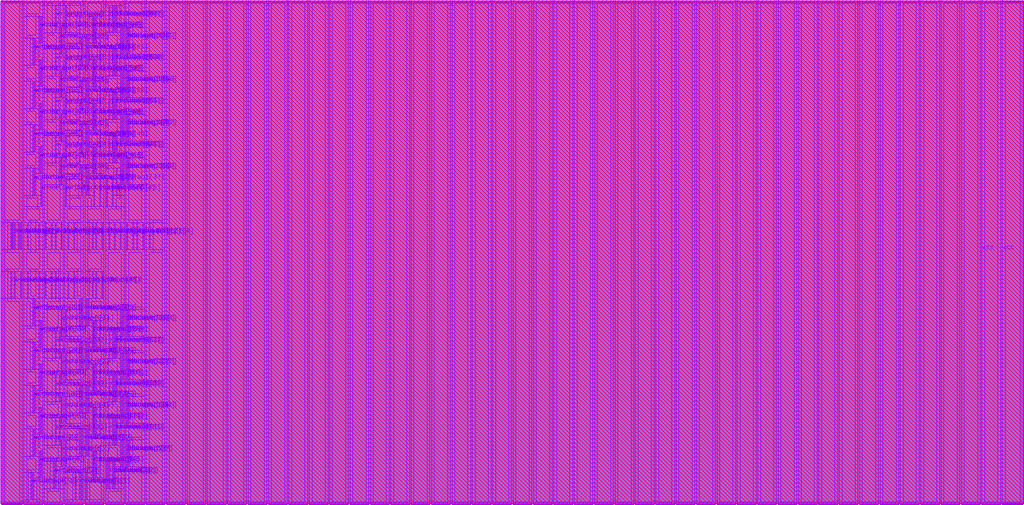
<source format=lef>
VERSION 5.8 ;
BUSBITCHARS "[]" ;
DIVIDERCHAR "/" ;

UNITS
  DATABASE MICRONS 4000 ;
END UNITS

PROPERTYDEFINITIONS
  MACRO hpml_layer STRING ;
  MACRO heml_layer STRING ;
END PROPERTYDEFINITIONS

MACRO arf066b128e2r1w0cbbehsaa4acw
  CLASS BLOCK ;
  FOREIGN arf066b128e2r1w0cbbehsaa4acw ;
  ORIGIN 0 0 ;
  SIZE 45 BY 22.08 ;
  PIN ckrdp0
    DIRECTION INPUT ;
    USE SIGNAL ;
    PORT
      LAYER m7 ;
        RECT 0.344 11.16 0.388 12.36 ;
    END
  END ckrdp0
  PIN ckrdp1
    DIRECTION INPUT ;
    USE SIGNAL ;
    PORT
      LAYER m7 ;
        RECT 4.112 11.16 4.156 12.36 ;
    END
  END ckrdp1
  PIN ckwrp0
    DIRECTION INPUT ;
    USE SIGNAL ;
    PORT
      LAYER m7 ;
        RECT 0.344 9 0.388 10.2 ;
    END
  END ckwrp0
  PIN rdaddrp0[0]
    DIRECTION INPUT ;
    USE SIGNAL ;
    PORT
      LAYER m7 ;
        RECT 1.884 11.16 1.928 12.36 ;
    END
  END rdaddrp0[0]
  PIN rdaddrp0[1]
    DIRECTION INPUT ;
    USE SIGNAL ;
    PORT
      LAYER m7 ;
        RECT 2.144 11.16 2.188 12.36 ;
    END
  END rdaddrp0[1]
  PIN rdaddrp0[2]
    DIRECTION INPUT ;
    USE SIGNAL ;
    PORT
      LAYER m7 ;
        RECT 2.312 11.16 2.356 12.36 ;
    END
  END rdaddrp0[2]
  PIN rdaddrp0[3]
    DIRECTION INPUT ;
    USE SIGNAL ;
    PORT
      LAYER m7 ;
        RECT 2.572 11.16 2.616 12.36 ;
    END
  END rdaddrp0[3]
  PIN rdaddrp0[4]
    DIRECTION INPUT ;
    USE SIGNAL ;
    PORT
      LAYER m7 ;
        RECT 2.872 11.16 2.916 12.36 ;
    END
  END rdaddrp0[4]
  PIN rdaddrp0[5]
    DIRECTION INPUT ;
    USE SIGNAL ;
    PORT
      LAYER m7 ;
        RECT 3.128 11.16 3.172 12.36 ;
    END
  END rdaddrp0[5]
  PIN rdaddrp0[6]
    DIRECTION INPUT ;
    USE SIGNAL ;
    PORT
      LAYER m7 ;
        RECT 3.944 11.16 3.988 12.36 ;
    END
  END rdaddrp0[6]
  PIN rdaddrp0_fd
    DIRECTION INPUT ;
    USE SIGNAL ;
    PORT
      LAYER m7 ;
        RECT 0.512 11.16 0.556 12.36 ;
    END
  END rdaddrp0_fd
  PIN rdaddrp0_rd
    DIRECTION INPUT ;
    USE SIGNAL ;
    PORT
      LAYER m7 ;
        RECT 0.772 11.16 0.816 12.36 ;
    END
  END rdaddrp0_rd
  PIN rdaddrp1[0]
    DIRECTION INPUT ;
    USE SIGNAL ;
    PORT
      LAYER m7 ;
        RECT 5.484 11.16 5.528 12.36 ;
    END
  END rdaddrp1[0]
  PIN rdaddrp1[1]
    DIRECTION INPUT ;
    USE SIGNAL ;
    PORT
      LAYER m7 ;
        RECT 5.744 11.16 5.788 12.36 ;
    END
  END rdaddrp1[1]
  PIN rdaddrp1[2]
    DIRECTION INPUT ;
    USE SIGNAL ;
    PORT
      LAYER m7 ;
        RECT 5.912 11.16 5.956 12.36 ;
    END
  END rdaddrp1[2]
  PIN rdaddrp1[3]
    DIRECTION INPUT ;
    USE SIGNAL ;
    PORT
      LAYER m7 ;
        RECT 6.172 11.16 6.216 12.36 ;
    END
  END rdaddrp1[3]
  PIN rdaddrp1[4]
    DIRECTION INPUT ;
    USE SIGNAL ;
    PORT
      LAYER m7 ;
        RECT 6.472 11.16 6.516 12.36 ;
    END
  END rdaddrp1[4]
  PIN rdaddrp1[5]
    DIRECTION INPUT ;
    USE SIGNAL ;
    PORT
      LAYER m7 ;
        RECT 0.428 11.16 0.472 12.36 ;
    END
  END rdaddrp1[5]
  PIN rdaddrp1[6]
    DIRECTION INPUT ;
    USE SIGNAL ;
    PORT
      LAYER m7 ;
        RECT 0.684 11.16 0.728 12.36 ;
    END
  END rdaddrp1[6]
  PIN rdaddrp1_fd
    DIRECTION INPUT ;
    USE SIGNAL ;
    PORT
      LAYER m7 ;
        RECT 4.372 11.16 4.416 12.36 ;
    END
  END rdaddrp1_fd
  PIN rdaddrp1_rd
    DIRECTION INPUT ;
    USE SIGNAL ;
    PORT
      LAYER m7 ;
        RECT 4.672 11.16 4.716 12.36 ;
    END
  END rdaddrp1_rd
  PIN rdenp0
    DIRECTION INPUT ;
    USE SIGNAL ;
    PORT
      LAYER m7 ;
        RECT 1.072 11.16 1.116 12.36 ;
    END
  END rdenp0
  PIN rdenp1
    DIRECTION INPUT ;
    USE SIGNAL ;
    PORT
      LAYER m7 ;
        RECT 4.928 11.16 4.972 12.36 ;
    END
  END rdenp1
  PIN sdl_initp0
    DIRECTION INPUT ;
    USE SIGNAL ;
    PORT
      LAYER m7 ;
        RECT 1.584 11.16 1.628 12.36 ;
    END
  END sdl_initp0
  PIN sdl_initp1
    DIRECTION INPUT ;
    USE SIGNAL ;
    PORT
      LAYER m7 ;
        RECT 5.184 11.16 5.228 12.36 ;
    END
  END sdl_initp1
  PIN wraddrp0[0]
    DIRECTION INPUT ;
    USE SIGNAL ;
    PORT
      LAYER m7 ;
        RECT 2.144 9 2.188 10.2 ;
    END
  END wraddrp0[0]
  PIN wraddrp0[1]
    DIRECTION INPUT ;
    USE SIGNAL ;
    PORT
      LAYER m7 ;
        RECT 2.312 9 2.356 10.2 ;
    END
  END wraddrp0[1]
  PIN wraddrp0[2]
    DIRECTION INPUT ;
    USE SIGNAL ;
    PORT
      LAYER m7 ;
        RECT 2.872 9 2.916 10.2 ;
    END
  END wraddrp0[2]
  PIN wraddrp0[3]
    DIRECTION INPUT ;
    USE SIGNAL ;
    PORT
      LAYER m7 ;
        RECT 3.128 9 3.172 10.2 ;
    END
  END wraddrp0[3]
  PIN wraddrp0[4]
    DIRECTION INPUT ;
    USE SIGNAL ;
    PORT
      LAYER m7 ;
        RECT 3.944 9 3.988 10.2 ;
    END
  END wraddrp0[4]
  PIN wraddrp0[5]
    DIRECTION INPUT ;
    USE SIGNAL ;
    PORT
      LAYER m7 ;
        RECT 4.112 9 4.156 10.2 ;
    END
  END wraddrp0[5]
  PIN wraddrp0[6]
    DIRECTION INPUT ;
    USE SIGNAL ;
    PORT
      LAYER m7 ;
        RECT 4.372 9 4.416 10.2 ;
    END
  END wraddrp0[6]
  PIN wraddrp0_fd
    DIRECTION INPUT ;
    USE SIGNAL ;
    PORT
      LAYER m7 ;
        RECT 0.512 9 0.556 10.2 ;
    END
  END wraddrp0_fd
  PIN wraddrp0_rd
    DIRECTION INPUT ;
    USE SIGNAL ;
    PORT
      LAYER m7 ;
        RECT 0.772 9 0.816 10.2 ;
    END
  END wraddrp0_rd
  PIN wrdatap0[0]
    DIRECTION INPUT ;
    USE SIGNAL ;
    PORT
      LAYER m7 ;
        RECT 1.244 0.12 1.288 1.32 ;
    END
  END wrdatap0[0]
  PIN wrdatap0[10]
    DIRECTION INPUT ;
    USE SIGNAL ;
    PORT
      LAYER m7 ;
        RECT 2.312 2.52 2.356 3.72 ;
    END
  END wrdatap0[10]
  PIN wrdatap0[11]
    DIRECTION INPUT ;
    USE SIGNAL ;
    PORT
      LAYER m7 ;
        RECT 2.484 2.52 2.528 3.72 ;
    END
  END wrdatap0[11]
  PIN wrdatap0[12]
    DIRECTION INPUT ;
    USE SIGNAL ;
    PORT
      LAYER m7 ;
        RECT 1.584 3 1.628 4.2 ;
    END
  END wrdatap0[12]
  PIN wrdatap0[13]
    DIRECTION INPUT ;
    USE SIGNAL ;
    PORT
      LAYER m7 ;
        RECT 1.672 3 1.716 4.2 ;
    END
  END wrdatap0[13]
  PIN wrdatap0[14]
    DIRECTION INPUT ;
    USE SIGNAL ;
    PORT
      LAYER m7 ;
        RECT 2.572 3.48 2.616 4.68 ;
    END
  END wrdatap0[14]
  PIN wrdatap0[15]
    DIRECTION INPUT ;
    USE SIGNAL ;
    PORT
      LAYER m7 ;
        RECT 2.784 3.48 2.828 4.68 ;
    END
  END wrdatap0[15]
  PIN wrdatap0[16]
    DIRECTION INPUT ;
    USE SIGNAL ;
    PORT
      LAYER m7 ;
        RECT 1.328 3.96 1.372 5.16 ;
    END
  END wrdatap0[16]
  PIN wrdatap0[17]
    DIRECTION INPUT ;
    USE SIGNAL ;
    PORT
      LAYER m7 ;
        RECT 1.412 3.96 1.456 5.16 ;
    END
  END wrdatap0[17]
  PIN wrdatap0[18]
    DIRECTION INPUT ;
    USE SIGNAL ;
    PORT
      LAYER m7 ;
        RECT 2.312 4.44 2.356 5.64 ;
    END
  END wrdatap0[18]
  PIN wrdatap0[19]
    DIRECTION INPUT ;
    USE SIGNAL ;
    PORT
      LAYER m7 ;
        RECT 2.484 4.44 2.528 5.64 ;
    END
  END wrdatap0[19]
  PIN wrdatap0[1]
    DIRECTION INPUT ;
    USE SIGNAL ;
    PORT
      LAYER m7 ;
        RECT 1.328 0.12 1.372 1.32 ;
    END
  END wrdatap0[1]
  PIN wrdatap0[20]
    DIRECTION INPUT ;
    USE SIGNAL ;
    PORT
      LAYER m7 ;
        RECT 1.584 4.92 1.628 6.12 ;
    END
  END wrdatap0[20]
  PIN wrdatap0[21]
    DIRECTION INPUT ;
    USE SIGNAL ;
    PORT
      LAYER m7 ;
        RECT 1.672 4.92 1.716 6.12 ;
    END
  END wrdatap0[21]
  PIN wrdatap0[22]
    DIRECTION INPUT ;
    USE SIGNAL ;
    PORT
      LAYER m7 ;
        RECT 2.572 5.4 2.616 6.6 ;
    END
  END wrdatap0[22]
  PIN wrdatap0[23]
    DIRECTION INPUT ;
    USE SIGNAL ;
    PORT
      LAYER m7 ;
        RECT 2.784 5.4 2.828 6.6 ;
    END
  END wrdatap0[23]
  PIN wrdatap0[24]
    DIRECTION INPUT ;
    USE SIGNAL ;
    PORT
      LAYER m7 ;
        RECT 1.328 5.88 1.372 7.08 ;
    END
  END wrdatap0[24]
  PIN wrdatap0[25]
    DIRECTION INPUT ;
    USE SIGNAL ;
    PORT
      LAYER m7 ;
        RECT 1.412 5.88 1.456 7.08 ;
    END
  END wrdatap0[25]
  PIN wrdatap0[26]
    DIRECTION INPUT ;
    USE SIGNAL ;
    PORT
      LAYER m7 ;
        RECT 2.312 6.36 2.356 7.56 ;
    END
  END wrdatap0[26]
  PIN wrdatap0[27]
    DIRECTION INPUT ;
    USE SIGNAL ;
    PORT
      LAYER m7 ;
        RECT 2.484 6.36 2.528 7.56 ;
    END
  END wrdatap0[27]
  PIN wrdatap0[28]
    DIRECTION INPUT ;
    USE SIGNAL ;
    PORT
      LAYER m7 ;
        RECT 1.584 6.84 1.628 8.04 ;
    END
  END wrdatap0[28]
  PIN wrdatap0[29]
    DIRECTION INPUT ;
    USE SIGNAL ;
    PORT
      LAYER m7 ;
        RECT 1.672 6.84 1.716 8.04 ;
    END
  END wrdatap0[29]
  PIN wrdatap0[2]
    DIRECTION INPUT ;
    USE SIGNAL ;
    PORT
      LAYER m7 ;
        RECT 2.228 0.6 2.272 1.8 ;
    END
  END wrdatap0[2]
  PIN wrdatap0[30]
    DIRECTION INPUT ;
    USE SIGNAL ;
    PORT
      LAYER m7 ;
        RECT 2.572 7.32 2.616 8.52 ;
    END
  END wrdatap0[30]
  PIN wrdatap0[31]
    DIRECTION INPUT ;
    USE SIGNAL ;
    PORT
      LAYER m7 ;
        RECT 2.784 7.32 2.828 8.52 ;
    END
  END wrdatap0[31]
  PIN wrdatap0[32]
    DIRECTION INPUT ;
    USE SIGNAL ;
    PORT
      LAYER m7 ;
        RECT 1.328 7.8 1.372 9 ;
    END
  END wrdatap0[32]
  PIN wrdatap0[33]
    DIRECTION INPUT ;
    USE SIGNAL ;
    PORT
      LAYER m7 ;
        RECT 1.412 7.8 1.456 9 ;
    END
  END wrdatap0[33]
  PIN wrdatap0[34]
    DIRECTION INPUT ;
    USE SIGNAL ;
    PORT
      LAYER m7 ;
        RECT 2.784 13.08 2.828 14.28 ;
    END
  END wrdatap0[34]
  PIN wrdatap0[35]
    DIRECTION INPUT ;
    USE SIGNAL ;
    PORT
      LAYER m7 ;
        RECT 1.672 13.08 1.716 14.28 ;
    END
  END wrdatap0[35]
  PIN wrdatap0[36]
    DIRECTION INPUT ;
    USE SIGNAL ;
    PORT
      LAYER m7 ;
        RECT 1.328 13.56 1.372 14.76 ;
    END
  END wrdatap0[36]
  PIN wrdatap0[37]
    DIRECTION INPUT ;
    USE SIGNAL ;
    PORT
      LAYER m7 ;
        RECT 1.412 13.56 1.456 14.76 ;
    END
  END wrdatap0[37]
  PIN wrdatap0[38]
    DIRECTION INPUT ;
    USE SIGNAL ;
    PORT
      LAYER m7 ;
        RECT 2.484 14.04 2.528 15.24 ;
    END
  END wrdatap0[38]
  PIN wrdatap0[39]
    DIRECTION INPUT ;
    USE SIGNAL ;
    PORT
      LAYER m7 ;
        RECT 2.572 14.04 2.616 15.24 ;
    END
  END wrdatap0[39]
  PIN wrdatap0[3]
    DIRECTION INPUT ;
    USE SIGNAL ;
    PORT
      LAYER m7 ;
        RECT 2.312 0.6 2.356 1.8 ;
    END
  END wrdatap0[3]
  PIN wrdatap0[40]
    DIRECTION INPUT ;
    USE SIGNAL ;
    PORT
      LAYER m7 ;
        RECT 1.584 14.52 1.628 15.72 ;
    END
  END wrdatap0[40]
  PIN wrdatap0[41]
    DIRECTION INPUT ;
    USE SIGNAL ;
    PORT
      LAYER m7 ;
        RECT 1.672 14.52 1.716 15.72 ;
    END
  END wrdatap0[41]
  PIN wrdatap0[42]
    DIRECTION INPUT ;
    USE SIGNAL ;
    PORT
      LAYER m7 ;
        RECT 2.312 15 2.356 16.2 ;
    END
  END wrdatap0[42]
  PIN wrdatap0[43]
    DIRECTION INPUT ;
    USE SIGNAL ;
    PORT
      LAYER m7 ;
        RECT 2.784 15 2.828 16.2 ;
    END
  END wrdatap0[43]
  PIN wrdatap0[44]
    DIRECTION INPUT ;
    USE SIGNAL ;
    PORT
      LAYER m7 ;
        RECT 1.328 15.48 1.372 16.68 ;
    END
  END wrdatap0[44]
  PIN wrdatap0[45]
    DIRECTION INPUT ;
    USE SIGNAL ;
    PORT
      LAYER m7 ;
        RECT 1.412 15.48 1.456 16.68 ;
    END
  END wrdatap0[45]
  PIN wrdatap0[46]
    DIRECTION INPUT ;
    USE SIGNAL ;
    PORT
      LAYER m7 ;
        RECT 2.484 15.96 2.528 17.16 ;
    END
  END wrdatap0[46]
  PIN wrdatap0[47]
    DIRECTION INPUT ;
    USE SIGNAL ;
    PORT
      LAYER m7 ;
        RECT 2.572 15.96 2.616 17.16 ;
    END
  END wrdatap0[47]
  PIN wrdatap0[48]
    DIRECTION INPUT ;
    USE SIGNAL ;
    PORT
      LAYER m7 ;
        RECT 1.584 16.44 1.628 17.64 ;
    END
  END wrdatap0[48]
  PIN wrdatap0[49]
    DIRECTION INPUT ;
    USE SIGNAL ;
    PORT
      LAYER m7 ;
        RECT 1.672 16.44 1.716 17.64 ;
    END
  END wrdatap0[49]
  PIN wrdatap0[4]
    DIRECTION INPUT ;
    USE SIGNAL ;
    PORT
      LAYER m7 ;
        RECT 1.584 1.08 1.628 2.28 ;
    END
  END wrdatap0[4]
  PIN wrdatap0[50]
    DIRECTION INPUT ;
    USE SIGNAL ;
    PORT
      LAYER m7 ;
        RECT 2.312 16.92 2.356 18.12 ;
    END
  END wrdatap0[50]
  PIN wrdatap0[51]
    DIRECTION INPUT ;
    USE SIGNAL ;
    PORT
      LAYER m7 ;
        RECT 2.784 16.92 2.828 18.12 ;
    END
  END wrdatap0[51]
  PIN wrdatap0[52]
    DIRECTION INPUT ;
    USE SIGNAL ;
    PORT
      LAYER m7 ;
        RECT 1.328 17.4 1.372 18.6 ;
    END
  END wrdatap0[52]
  PIN wrdatap0[53]
    DIRECTION INPUT ;
    USE SIGNAL ;
    PORT
      LAYER m7 ;
        RECT 1.412 17.4 1.456 18.6 ;
    END
  END wrdatap0[53]
  PIN wrdatap0[54]
    DIRECTION INPUT ;
    USE SIGNAL ;
    PORT
      LAYER m7 ;
        RECT 2.484 17.88 2.528 19.08 ;
    END
  END wrdatap0[54]
  PIN wrdatap0[55]
    DIRECTION INPUT ;
    USE SIGNAL ;
    PORT
      LAYER m7 ;
        RECT 2.572 17.88 2.616 19.08 ;
    END
  END wrdatap0[55]
  PIN wrdatap0[56]
    DIRECTION INPUT ;
    USE SIGNAL ;
    PORT
      LAYER m7 ;
        RECT 1.584 18.36 1.628 19.56 ;
    END
  END wrdatap0[56]
  PIN wrdatap0[57]
    DIRECTION INPUT ;
    USE SIGNAL ;
    PORT
      LAYER m7 ;
        RECT 1.672 18.36 1.716 19.56 ;
    END
  END wrdatap0[57]
  PIN wrdatap0[58]
    DIRECTION INPUT ;
    USE SIGNAL ;
    PORT
      LAYER m7 ;
        RECT 2.312 18.84 2.356 20.04 ;
    END
  END wrdatap0[58]
  PIN wrdatap0[59]
    DIRECTION INPUT ;
    USE SIGNAL ;
    PORT
      LAYER m7 ;
        RECT 2.784 18.84 2.828 20.04 ;
    END
  END wrdatap0[59]
  PIN wrdatap0[5]
    DIRECTION INPUT ;
    USE SIGNAL ;
    PORT
      LAYER m7 ;
        RECT 1.672 1.08 1.716 2.28 ;
    END
  END wrdatap0[5]
  PIN wrdatap0[60]
    DIRECTION INPUT ;
    USE SIGNAL ;
    PORT
      LAYER m7 ;
        RECT 1.328 19.32 1.372 20.52 ;
    END
  END wrdatap0[60]
  PIN wrdatap0[61]
    DIRECTION INPUT ;
    USE SIGNAL ;
    PORT
      LAYER m7 ;
        RECT 1.412 19.32 1.456 20.52 ;
    END
  END wrdatap0[61]
  PIN wrdatap0[62]
    DIRECTION INPUT ;
    USE SIGNAL ;
    PORT
      LAYER m7 ;
        RECT 2.484 19.8 2.528 21 ;
    END
  END wrdatap0[62]
  PIN wrdatap0[63]
    DIRECTION INPUT ;
    USE SIGNAL ;
    PORT
      LAYER m7 ;
        RECT 2.572 19.8 2.616 21 ;
    END
  END wrdatap0[63]
  PIN wrdatap0[64]
    DIRECTION INPUT ;
    USE SIGNAL ;
    PORT
      LAYER m7 ;
        RECT 1.584 20.28 1.628 21.48 ;
    END
  END wrdatap0[64]
  PIN wrdatap0[65]
    DIRECTION INPUT ;
    USE SIGNAL ;
    PORT
      LAYER m7 ;
        RECT 1.672 20.28 1.716 21.48 ;
    END
  END wrdatap0[65]
  PIN wrdatap0[66]
    DIRECTION INPUT ;
    USE SIGNAL ;
    PORT
      LAYER m7 ;
        RECT 2.312 20.76 2.356 21.96 ;
    END
  END wrdatap0[66]
  PIN wrdatap0[67]
    DIRECTION INPUT ;
    USE SIGNAL ;
    PORT
      LAYER m7 ;
        RECT 2.784 20.76 2.828 21.96 ;
    END
  END wrdatap0[67]
  PIN wrdatap0[6]
    DIRECTION INPUT ;
    USE SIGNAL ;
    PORT
      LAYER m7 ;
        RECT 2.572 1.56 2.616 2.76 ;
    END
  END wrdatap0[6]
  PIN wrdatap0[7]
    DIRECTION INPUT ;
    USE SIGNAL ;
    PORT
      LAYER m7 ;
        RECT 2.784 1.56 2.828 2.76 ;
    END
  END wrdatap0[7]
  PIN wrdatap0[8]
    DIRECTION INPUT ;
    USE SIGNAL ;
    PORT
      LAYER m7 ;
        RECT 1.328 2.04 1.372 3.24 ;
    END
  END wrdatap0[8]
  PIN wrdatap0[9]
    DIRECTION INPUT ;
    USE SIGNAL ;
    PORT
      LAYER m7 ;
        RECT 1.412 2.04 1.456 3.24 ;
    END
  END wrdatap0[9]
  PIN wrdatap0_fd
    DIRECTION INPUT ;
    USE SIGNAL ;
    PORT
      LAYER m7 ;
        RECT 1.584 9 1.628 10.2 ;
    END
  END wrdatap0_fd
  PIN wrdatap0_rd
    DIRECTION INPUT ;
    USE SIGNAL ;
    PORT
      LAYER m7 ;
        RECT 1.884 9 1.928 10.2 ;
    END
  END wrdatap0_rd
  PIN wrenp0
    DIRECTION INPUT ;
    USE SIGNAL ;
    PORT
      LAYER m7 ;
        RECT 1.072 9 1.116 10.2 ;
    END
  END wrenp0
  PIN rddatap0[0]
    DIRECTION OUTPUT ;
    USE SIGNAL ;
    PORT
      LAYER m7 ;
        RECT 3.212 0.12 3.256 1.32 ;
    END
  END rddatap0[0]
  PIN rddatap0[10]
    DIRECTION OUTPUT ;
    USE SIGNAL ;
    PORT
      LAYER m7 ;
        RECT 4.672 2.52 4.716 3.72 ;
    END
  END rddatap0[10]
  PIN rddatap0[11]
    DIRECTION OUTPUT ;
    USE SIGNAL ;
    PORT
      LAYER m7 ;
        RECT 4.844 2.52 4.888 3.72 ;
    END
  END rddatap0[11]
  PIN rddatap0[12]
    DIRECTION OUTPUT ;
    USE SIGNAL ;
    PORT
      LAYER m7 ;
        RECT 3.944 3 3.988 4.2 ;
    END
  END rddatap0[12]
  PIN rddatap0[13]
    DIRECTION OUTPUT ;
    USE SIGNAL ;
    PORT
      LAYER m7 ;
        RECT 4.028 3 4.072 4.2 ;
    END
  END rddatap0[13]
  PIN rddatap0[14]
    DIRECTION OUTPUT ;
    USE SIGNAL ;
    PORT
      LAYER m7 ;
        RECT 5.184 3.48 5.228 4.68 ;
    END
  END rddatap0[14]
  PIN rddatap0[15]
    DIRECTION OUTPUT ;
    USE SIGNAL ;
    PORT
      LAYER m7 ;
        RECT 5.272 3.48 5.316 4.68 ;
    END
  END rddatap0[15]
  PIN rddatap0[16]
    DIRECTION OUTPUT ;
    USE SIGNAL ;
    PORT
      LAYER m7 ;
        RECT 3.384 3.96 3.428 5.16 ;
    END
  END rddatap0[16]
  PIN rddatap0[17]
    DIRECTION OUTPUT ;
    USE SIGNAL ;
    PORT
      LAYER m7 ;
        RECT 3.472 3.96 3.516 5.16 ;
    END
  END rddatap0[17]
  PIN rddatap0[18]
    DIRECTION OUTPUT ;
    USE SIGNAL ;
    PORT
      LAYER m7 ;
        RECT 4.672 4.44 4.716 5.64 ;
    END
  END rddatap0[18]
  PIN rddatap0[19]
    DIRECTION OUTPUT ;
    USE SIGNAL ;
    PORT
      LAYER m7 ;
        RECT 4.844 4.44 4.888 5.64 ;
    END
  END rddatap0[19]
  PIN rddatap0[1]
    DIRECTION OUTPUT ;
    USE SIGNAL ;
    PORT
      LAYER m7 ;
        RECT 3.384 0.12 3.428 1.32 ;
    END
  END rddatap0[1]
  PIN rddatap0[20]
    DIRECTION OUTPUT ;
    USE SIGNAL ;
    PORT
      LAYER m7 ;
        RECT 3.944 4.92 3.988 6.12 ;
    END
  END rddatap0[20]
  PIN rddatap0[21]
    DIRECTION OUTPUT ;
    USE SIGNAL ;
    PORT
      LAYER m7 ;
        RECT 4.028 4.92 4.072 6.12 ;
    END
  END rddatap0[21]
  PIN rddatap0[22]
    DIRECTION OUTPUT ;
    USE SIGNAL ;
    PORT
      LAYER m7 ;
        RECT 5.184 5.4 5.228 6.6 ;
    END
  END rddatap0[22]
  PIN rddatap0[23]
    DIRECTION OUTPUT ;
    USE SIGNAL ;
    PORT
      LAYER m7 ;
        RECT 5.272 5.4 5.316 6.6 ;
    END
  END rddatap0[23]
  PIN rddatap0[24]
    DIRECTION OUTPUT ;
    USE SIGNAL ;
    PORT
      LAYER m7 ;
        RECT 3.384 5.88 3.428 7.08 ;
    END
  END rddatap0[24]
  PIN rddatap0[25]
    DIRECTION OUTPUT ;
    USE SIGNAL ;
    PORT
      LAYER m7 ;
        RECT 3.472 5.88 3.516 7.08 ;
    END
  END rddatap0[25]
  PIN rddatap0[26]
    DIRECTION OUTPUT ;
    USE SIGNAL ;
    PORT
      LAYER m7 ;
        RECT 4.672 6.36 4.716 7.56 ;
    END
  END rddatap0[26]
  PIN rddatap0[27]
    DIRECTION OUTPUT ;
    USE SIGNAL ;
    PORT
      LAYER m7 ;
        RECT 4.844 6.36 4.888 7.56 ;
    END
  END rddatap0[27]
  PIN rddatap0[28]
    DIRECTION OUTPUT ;
    USE SIGNAL ;
    PORT
      LAYER m7 ;
        RECT 3.944 6.84 3.988 8.04 ;
    END
  END rddatap0[28]
  PIN rddatap0[29]
    DIRECTION OUTPUT ;
    USE SIGNAL ;
    PORT
      LAYER m7 ;
        RECT 4.028 6.84 4.072 8.04 ;
    END
  END rddatap0[29]
  PIN rddatap0[2]
    DIRECTION OUTPUT ;
    USE SIGNAL ;
    PORT
      LAYER m7 ;
        RECT 4.584 0.6 4.628 1.8 ;
    END
  END rddatap0[2]
  PIN rddatap0[30]
    DIRECTION OUTPUT ;
    USE SIGNAL ;
    PORT
      LAYER m7 ;
        RECT 5.184 7.32 5.228 8.52 ;
    END
  END rddatap0[30]
  PIN rddatap0[31]
    DIRECTION OUTPUT ;
    USE SIGNAL ;
    PORT
      LAYER m7 ;
        RECT 5.272 7.32 5.316 8.52 ;
    END
  END rddatap0[31]
  PIN rddatap0[32]
    DIRECTION OUTPUT ;
    USE SIGNAL ;
    PORT
      LAYER m7 ;
        RECT 3.384 7.8 3.428 9 ;
    END
  END rddatap0[32]
  PIN rddatap0[33]
    DIRECTION OUTPUT ;
    USE SIGNAL ;
    PORT
      LAYER m7 ;
        RECT 3.472 7.8 3.516 9 ;
    END
  END rddatap0[33]
  PIN rddatap0[34]
    DIRECTION OUTPUT ;
    USE SIGNAL ;
    PORT
      LAYER m7 ;
        RECT 4.028 13.08 4.072 14.28 ;
    END
  END rddatap0[34]
  PIN rddatap0[35]
    DIRECTION OUTPUT ;
    USE SIGNAL ;
    PORT
      LAYER m7 ;
        RECT 4.284 13.08 4.328 14.28 ;
    END
  END rddatap0[35]
  PIN rddatap0[36]
    DIRECTION OUTPUT ;
    USE SIGNAL ;
    PORT
      LAYER m7 ;
        RECT 3.472 13.56 3.516 14.76 ;
    END
  END rddatap0[36]
  PIN rddatap0[37]
    DIRECTION OUTPUT ;
    USE SIGNAL ;
    PORT
      LAYER m7 ;
        RECT 3.684 13.56 3.728 14.76 ;
    END
  END rddatap0[37]
  PIN rddatap0[38]
    DIRECTION OUTPUT ;
    USE SIGNAL ;
    PORT
      LAYER m7 ;
        RECT 5.184 14.04 5.228 15.24 ;
    END
  END rddatap0[38]
  PIN rddatap0[39]
    DIRECTION OUTPUT ;
    USE SIGNAL ;
    PORT
      LAYER m7 ;
        RECT 5.272 14.04 5.316 15.24 ;
    END
  END rddatap0[39]
  PIN rddatap0[3]
    DIRECTION OUTPUT ;
    USE SIGNAL ;
    PORT
      LAYER m7 ;
        RECT 4.672 0.6 4.716 1.8 ;
    END
  END rddatap0[3]
  PIN rddatap0[40]
    DIRECTION OUTPUT ;
    USE SIGNAL ;
    PORT
      LAYER m7 ;
        RECT 3.384 14.52 3.428 15.72 ;
    END
  END rddatap0[40]
  PIN rddatap0[41]
    DIRECTION OUTPUT ;
    USE SIGNAL ;
    PORT
      LAYER m7 ;
        RECT 3.944 14.52 3.988 15.72 ;
    END
  END rddatap0[41]
  PIN rddatap0[42]
    DIRECTION OUTPUT ;
    USE SIGNAL ;
    PORT
      LAYER m7 ;
        RECT 4.672 15 4.716 16.2 ;
    END
  END rddatap0[42]
  PIN rddatap0[43]
    DIRECTION OUTPUT ;
    USE SIGNAL ;
    PORT
      LAYER m7 ;
        RECT 4.844 15 4.888 16.2 ;
    END
  END rddatap0[43]
  PIN rddatap0[44]
    DIRECTION OUTPUT ;
    USE SIGNAL ;
    PORT
      LAYER m7 ;
        RECT 3.472 15.48 3.516 16.68 ;
    END
  END rddatap0[44]
  PIN rddatap0[45]
    DIRECTION OUTPUT ;
    USE SIGNAL ;
    PORT
      LAYER m7 ;
        RECT 3.684 15.48 3.728 16.68 ;
    END
  END rddatap0[45]
  PIN rddatap0[46]
    DIRECTION OUTPUT ;
    USE SIGNAL ;
    PORT
      LAYER m7 ;
        RECT 5.184 15.96 5.228 17.16 ;
    END
  END rddatap0[46]
  PIN rddatap0[47]
    DIRECTION OUTPUT ;
    USE SIGNAL ;
    PORT
      LAYER m7 ;
        RECT 5.272 15.96 5.316 17.16 ;
    END
  END rddatap0[47]
  PIN rddatap0[48]
    DIRECTION OUTPUT ;
    USE SIGNAL ;
    PORT
      LAYER m7 ;
        RECT 3.384 16.44 3.428 17.64 ;
    END
  END rddatap0[48]
  PIN rddatap0[49]
    DIRECTION OUTPUT ;
    USE SIGNAL ;
    PORT
      LAYER m7 ;
        RECT 3.944 16.44 3.988 17.64 ;
    END
  END rddatap0[49]
  PIN rddatap0[4]
    DIRECTION OUTPUT ;
    USE SIGNAL ;
    PORT
      LAYER m7 ;
        RECT 3.944 1.08 3.988 2.28 ;
    END
  END rddatap0[4]
  PIN rddatap0[50]
    DIRECTION OUTPUT ;
    USE SIGNAL ;
    PORT
      LAYER m7 ;
        RECT 4.672 16.92 4.716 18.12 ;
    END
  END rddatap0[50]
  PIN rddatap0[51]
    DIRECTION OUTPUT ;
    USE SIGNAL ;
    PORT
      LAYER m7 ;
        RECT 4.844 16.92 4.888 18.12 ;
    END
  END rddatap0[51]
  PIN rddatap0[52]
    DIRECTION OUTPUT ;
    USE SIGNAL ;
    PORT
      LAYER m7 ;
        RECT 3.472 17.4 3.516 18.6 ;
    END
  END rddatap0[52]
  PIN rddatap0[53]
    DIRECTION OUTPUT ;
    USE SIGNAL ;
    PORT
      LAYER m7 ;
        RECT 3.684 17.4 3.728 18.6 ;
    END
  END rddatap0[53]
  PIN rddatap0[54]
    DIRECTION OUTPUT ;
    USE SIGNAL ;
    PORT
      LAYER m7 ;
        RECT 5.184 17.88 5.228 19.08 ;
    END
  END rddatap0[54]
  PIN rddatap0[55]
    DIRECTION OUTPUT ;
    USE SIGNAL ;
    PORT
      LAYER m7 ;
        RECT 5.272 17.88 5.316 19.08 ;
    END
  END rddatap0[55]
  PIN rddatap0[56]
    DIRECTION OUTPUT ;
    USE SIGNAL ;
    PORT
      LAYER m7 ;
        RECT 3.384 18.36 3.428 19.56 ;
    END
  END rddatap0[56]
  PIN rddatap0[57]
    DIRECTION OUTPUT ;
    USE SIGNAL ;
    PORT
      LAYER m7 ;
        RECT 3.944 18.36 3.988 19.56 ;
    END
  END rddatap0[57]
  PIN rddatap0[58]
    DIRECTION OUTPUT ;
    USE SIGNAL ;
    PORT
      LAYER m7 ;
        RECT 4.672 18.84 4.716 20.04 ;
    END
  END rddatap0[58]
  PIN rddatap0[59]
    DIRECTION OUTPUT ;
    USE SIGNAL ;
    PORT
      LAYER m7 ;
        RECT 4.844 18.84 4.888 20.04 ;
    END
  END rddatap0[59]
  PIN rddatap0[5]
    DIRECTION OUTPUT ;
    USE SIGNAL ;
    PORT
      LAYER m7 ;
        RECT 4.028 1.08 4.072 2.28 ;
    END
  END rddatap0[5]
  PIN rddatap0[60]
    DIRECTION OUTPUT ;
    USE SIGNAL ;
    PORT
      LAYER m7 ;
        RECT 3.472 19.32 3.516 20.52 ;
    END
  END rddatap0[60]
  PIN rddatap0[61]
    DIRECTION OUTPUT ;
    USE SIGNAL ;
    PORT
      LAYER m7 ;
        RECT 3.684 19.32 3.728 20.52 ;
    END
  END rddatap0[61]
  PIN rddatap0[62]
    DIRECTION OUTPUT ;
    USE SIGNAL ;
    PORT
      LAYER m7 ;
        RECT 5.184 19.8 5.228 21 ;
    END
  END rddatap0[62]
  PIN rddatap0[63]
    DIRECTION OUTPUT ;
    USE SIGNAL ;
    PORT
      LAYER m7 ;
        RECT 5.272 19.8 5.316 21 ;
    END
  END rddatap0[63]
  PIN rddatap0[64]
    DIRECTION OUTPUT ;
    USE SIGNAL ;
    PORT
      LAYER m7 ;
        RECT 3.384 20.28 3.428 21.48 ;
    END
  END rddatap0[64]
  PIN rddatap0[65]
    DIRECTION OUTPUT ;
    USE SIGNAL ;
    PORT
      LAYER m7 ;
        RECT 3.944 20.28 3.988 21.48 ;
    END
  END rddatap0[65]
  PIN rddatap0[66]
    DIRECTION OUTPUT ;
    USE SIGNAL ;
    PORT
      LAYER m7 ;
        RECT 4.672 20.76 4.716 21.96 ;
    END
  END rddatap0[66]
  PIN rddatap0[67]
    DIRECTION OUTPUT ;
    USE SIGNAL ;
    PORT
      LAYER m7 ;
        RECT 4.844 20.76 4.888 21.96 ;
    END
  END rddatap0[67]
  PIN rddatap0[6]
    DIRECTION OUTPUT ;
    USE SIGNAL ;
    PORT
      LAYER m7 ;
        RECT 5.184 1.56 5.228 2.76 ;
    END
  END rddatap0[6]
  PIN rddatap0[7]
    DIRECTION OUTPUT ;
    USE SIGNAL ;
    PORT
      LAYER m7 ;
        RECT 5.272 1.56 5.316 2.76 ;
    END
  END rddatap0[7]
  PIN rddatap0[8]
    DIRECTION OUTPUT ;
    USE SIGNAL ;
    PORT
      LAYER m7 ;
        RECT 3.384 2.04 3.428 3.24 ;
    END
  END rddatap0[8]
  PIN rddatap0[9]
    DIRECTION OUTPUT ;
    USE SIGNAL ;
    PORT
      LAYER m7 ;
        RECT 3.472 2.04 3.516 3.24 ;
    END
  END rddatap0[9]
  PIN rddatap1[0]
    DIRECTION OUTPUT ;
    USE SIGNAL ;
    PORT
      LAYER m7 ;
        RECT 3.472 0.12 3.516 1.32 ;
    END
  END rddatap1[0]
  PIN rddatap1[10]
    DIRECTION OUTPUT ;
    USE SIGNAL ;
    PORT
      LAYER m7 ;
        RECT 4.928 2.52 4.972 3.72 ;
    END
  END rddatap1[10]
  PIN rddatap1[11]
    DIRECTION OUTPUT ;
    USE SIGNAL ;
    PORT
      LAYER m7 ;
        RECT 5.012 2.52 5.056 3.72 ;
    END
  END rddatap1[11]
  PIN rddatap1[12]
    DIRECTION OUTPUT ;
    USE SIGNAL ;
    PORT
      LAYER m7 ;
        RECT 4.112 3 4.156 4.2 ;
    END
  END rddatap1[12]
  PIN rddatap1[13]
    DIRECTION OUTPUT ;
    USE SIGNAL ;
    PORT
      LAYER m7 ;
        RECT 4.284 3 4.328 4.2 ;
    END
  END rddatap1[13]
  PIN rddatap1[14]
    DIRECTION OUTPUT ;
    USE SIGNAL ;
    PORT
      LAYER m7 ;
        RECT 5.484 3.48 5.528 4.68 ;
    END
  END rddatap1[14]
  PIN rddatap1[15]
    DIRECTION OUTPUT ;
    USE SIGNAL ;
    PORT
      LAYER m7 ;
        RECT 5.572 3.48 5.616 4.68 ;
    END
  END rddatap1[15]
  PIN rddatap1[16]
    DIRECTION OUTPUT ;
    USE SIGNAL ;
    PORT
      LAYER m7 ;
        RECT 3.684 3.96 3.728 5.16 ;
    END
  END rddatap1[16]
  PIN rddatap1[17]
    DIRECTION OUTPUT ;
    USE SIGNAL ;
    PORT
      LAYER m7 ;
        RECT 3.772 3.96 3.816 5.16 ;
    END
  END rddatap1[17]
  PIN rddatap1[18]
    DIRECTION OUTPUT ;
    USE SIGNAL ;
    PORT
      LAYER m7 ;
        RECT 4.928 4.44 4.972 5.64 ;
    END
  END rddatap1[18]
  PIN rddatap1[19]
    DIRECTION OUTPUT ;
    USE SIGNAL ;
    PORT
      LAYER m7 ;
        RECT 5.012 4.44 5.056 5.64 ;
    END
  END rddatap1[19]
  PIN rddatap1[1]
    DIRECTION OUTPUT ;
    USE SIGNAL ;
    PORT
      LAYER m7 ;
        RECT 3.684 0.12 3.728 1.32 ;
    END
  END rddatap1[1]
  PIN rddatap1[20]
    DIRECTION OUTPUT ;
    USE SIGNAL ;
    PORT
      LAYER m7 ;
        RECT 4.112 4.92 4.156 6.12 ;
    END
  END rddatap1[20]
  PIN rddatap1[21]
    DIRECTION OUTPUT ;
    USE SIGNAL ;
    PORT
      LAYER m7 ;
        RECT 4.284 4.92 4.328 6.12 ;
    END
  END rddatap1[21]
  PIN rddatap1[22]
    DIRECTION OUTPUT ;
    USE SIGNAL ;
    PORT
      LAYER m7 ;
        RECT 5.484 5.4 5.528 6.6 ;
    END
  END rddatap1[22]
  PIN rddatap1[23]
    DIRECTION OUTPUT ;
    USE SIGNAL ;
    PORT
      LAYER m7 ;
        RECT 5.572 5.4 5.616 6.6 ;
    END
  END rddatap1[23]
  PIN rddatap1[24]
    DIRECTION OUTPUT ;
    USE SIGNAL ;
    PORT
      LAYER m7 ;
        RECT 3.684 5.88 3.728 7.08 ;
    END
  END rddatap1[24]
  PIN rddatap1[25]
    DIRECTION OUTPUT ;
    USE SIGNAL ;
    PORT
      LAYER m7 ;
        RECT 3.772 5.88 3.816 7.08 ;
    END
  END rddatap1[25]
  PIN rddatap1[26]
    DIRECTION OUTPUT ;
    USE SIGNAL ;
    PORT
      LAYER m7 ;
        RECT 4.928 6.36 4.972 7.56 ;
    END
  END rddatap1[26]
  PIN rddatap1[27]
    DIRECTION OUTPUT ;
    USE SIGNAL ;
    PORT
      LAYER m7 ;
        RECT 5.012 6.36 5.056 7.56 ;
    END
  END rddatap1[27]
  PIN rddatap1[28]
    DIRECTION OUTPUT ;
    USE SIGNAL ;
    PORT
      LAYER m7 ;
        RECT 4.112 6.84 4.156 8.04 ;
    END
  END rddatap1[28]
  PIN rddatap1[29]
    DIRECTION OUTPUT ;
    USE SIGNAL ;
    PORT
      LAYER m7 ;
        RECT 4.284 6.84 4.328 8.04 ;
    END
  END rddatap1[29]
  PIN rddatap1[2]
    DIRECTION OUTPUT ;
    USE SIGNAL ;
    PORT
      LAYER m7 ;
        RECT 4.844 0.6 4.888 1.8 ;
    END
  END rddatap1[2]
  PIN rddatap1[30]
    DIRECTION OUTPUT ;
    USE SIGNAL ;
    PORT
      LAYER m7 ;
        RECT 5.484 7.32 5.528 8.52 ;
    END
  END rddatap1[30]
  PIN rddatap1[31]
    DIRECTION OUTPUT ;
    USE SIGNAL ;
    PORT
      LAYER m7 ;
        RECT 5.572 7.32 5.616 8.52 ;
    END
  END rddatap1[31]
  PIN rddatap1[32]
    DIRECTION OUTPUT ;
    USE SIGNAL ;
    PORT
      LAYER m7 ;
        RECT 3.684 7.8 3.728 9 ;
    END
  END rddatap1[32]
  PIN rddatap1[33]
    DIRECTION OUTPUT ;
    USE SIGNAL ;
    PORT
      LAYER m7 ;
        RECT 3.772 7.8 3.816 9 ;
    END
  END rddatap1[33]
  PIN rddatap1[34]
    DIRECTION OUTPUT ;
    USE SIGNAL ;
    PORT
      LAYER m7 ;
        RECT 4.584 13.08 4.628 14.28 ;
    END
  END rddatap1[34]
  PIN rddatap1[35]
    DIRECTION OUTPUT ;
    USE SIGNAL ;
    PORT
      LAYER m7 ;
        RECT 4.844 13.08 4.888 14.28 ;
    END
  END rddatap1[35]
  PIN rddatap1[36]
    DIRECTION OUTPUT ;
    USE SIGNAL ;
    PORT
      LAYER m7 ;
        RECT 3.772 13.56 3.816 14.76 ;
    END
  END rddatap1[36]
  PIN rddatap1[37]
    DIRECTION OUTPUT ;
    USE SIGNAL ;
    PORT
      LAYER m7 ;
        RECT 5.012 13.56 5.056 14.76 ;
    END
  END rddatap1[37]
  PIN rddatap1[38]
    DIRECTION OUTPUT ;
    USE SIGNAL ;
    PORT
      LAYER m7 ;
        RECT 5.484 14.04 5.528 15.24 ;
    END
  END rddatap1[38]
  PIN rddatap1[39]
    DIRECTION OUTPUT ;
    USE SIGNAL ;
    PORT
      LAYER m7 ;
        RECT 5.572 14.04 5.616 15.24 ;
    END
  END rddatap1[39]
  PIN rddatap1[3]
    DIRECTION OUTPUT ;
    USE SIGNAL ;
    PORT
      LAYER m7 ;
        RECT 4.928 0.6 4.972 1.8 ;
    END
  END rddatap1[3]
  PIN rddatap1[40]
    DIRECTION OUTPUT ;
    USE SIGNAL ;
    PORT
      LAYER m7 ;
        RECT 4.028 14.52 4.072 15.72 ;
    END
  END rddatap1[40]
  PIN rddatap1[41]
    DIRECTION OUTPUT ;
    USE SIGNAL ;
    PORT
      LAYER m7 ;
        RECT 4.112 14.52 4.156 15.72 ;
    END
  END rddatap1[41]
  PIN rddatap1[42]
    DIRECTION OUTPUT ;
    USE SIGNAL ;
    PORT
      LAYER m7 ;
        RECT 4.928 15 4.972 16.2 ;
    END
  END rddatap1[42]
  PIN rddatap1[43]
    DIRECTION OUTPUT ;
    USE SIGNAL ;
    PORT
      LAYER m7 ;
        RECT 5.012 15 5.056 16.2 ;
    END
  END rddatap1[43]
  PIN rddatap1[44]
    DIRECTION OUTPUT ;
    USE SIGNAL ;
    PORT
      LAYER m7 ;
        RECT 3.772 15.48 3.816 16.68 ;
    END
  END rddatap1[44]
  PIN rddatap1[45]
    DIRECTION OUTPUT ;
    USE SIGNAL ;
    PORT
      LAYER m7 ;
        RECT 4.284 15.48 4.328 16.68 ;
    END
  END rddatap1[45]
  PIN rddatap1[46]
    DIRECTION OUTPUT ;
    USE SIGNAL ;
    PORT
      LAYER m7 ;
        RECT 5.484 15.96 5.528 17.16 ;
    END
  END rddatap1[46]
  PIN rddatap1[47]
    DIRECTION OUTPUT ;
    USE SIGNAL ;
    PORT
      LAYER m7 ;
        RECT 5.572 15.96 5.616 17.16 ;
    END
  END rddatap1[47]
  PIN rddatap1[48]
    DIRECTION OUTPUT ;
    USE SIGNAL ;
    PORT
      LAYER m7 ;
        RECT 4.028 16.44 4.072 17.64 ;
    END
  END rddatap1[48]
  PIN rddatap1[49]
    DIRECTION OUTPUT ;
    USE SIGNAL ;
    PORT
      LAYER m7 ;
        RECT 4.112 16.44 4.156 17.64 ;
    END
  END rddatap1[49]
  PIN rddatap1[4]
    DIRECTION OUTPUT ;
    USE SIGNAL ;
    PORT
      LAYER m7 ;
        RECT 4.112 1.08 4.156 2.28 ;
    END
  END rddatap1[4]
  PIN rddatap1[50]
    DIRECTION OUTPUT ;
    USE SIGNAL ;
    PORT
      LAYER m7 ;
        RECT 4.928 16.92 4.972 18.12 ;
    END
  END rddatap1[50]
  PIN rddatap1[51]
    DIRECTION OUTPUT ;
    USE SIGNAL ;
    PORT
      LAYER m7 ;
        RECT 5.012 16.92 5.056 18.12 ;
    END
  END rddatap1[51]
  PIN rddatap1[52]
    DIRECTION OUTPUT ;
    USE SIGNAL ;
    PORT
      LAYER m7 ;
        RECT 3.772 17.4 3.816 18.6 ;
    END
  END rddatap1[52]
  PIN rddatap1[53]
    DIRECTION OUTPUT ;
    USE SIGNAL ;
    PORT
      LAYER m7 ;
        RECT 4.284 17.4 4.328 18.6 ;
    END
  END rddatap1[53]
  PIN rddatap1[54]
    DIRECTION OUTPUT ;
    USE SIGNAL ;
    PORT
      LAYER m7 ;
        RECT 5.484 17.88 5.528 19.08 ;
    END
  END rddatap1[54]
  PIN rddatap1[55]
    DIRECTION OUTPUT ;
    USE SIGNAL ;
    PORT
      LAYER m7 ;
        RECT 5.572 17.88 5.616 19.08 ;
    END
  END rddatap1[55]
  PIN rddatap1[56]
    DIRECTION OUTPUT ;
    USE SIGNAL ;
    PORT
      LAYER m7 ;
        RECT 4.028 18.36 4.072 19.56 ;
    END
  END rddatap1[56]
  PIN rddatap1[57]
    DIRECTION OUTPUT ;
    USE SIGNAL ;
    PORT
      LAYER m7 ;
        RECT 4.112 18.36 4.156 19.56 ;
    END
  END rddatap1[57]
  PIN rddatap1[58]
    DIRECTION OUTPUT ;
    USE SIGNAL ;
    PORT
      LAYER m7 ;
        RECT 4.928 18.84 4.972 20.04 ;
    END
  END rddatap1[58]
  PIN rddatap1[59]
    DIRECTION OUTPUT ;
    USE SIGNAL ;
    PORT
      LAYER m7 ;
        RECT 5.012 18.84 5.056 20.04 ;
    END
  END rddatap1[59]
  PIN rddatap1[5]
    DIRECTION OUTPUT ;
    USE SIGNAL ;
    PORT
      LAYER m7 ;
        RECT 4.284 1.08 4.328 2.28 ;
    END
  END rddatap1[5]
  PIN rddatap1[60]
    DIRECTION OUTPUT ;
    USE SIGNAL ;
    PORT
      LAYER m7 ;
        RECT 3.772 19.32 3.816 20.52 ;
    END
  END rddatap1[60]
  PIN rddatap1[61]
    DIRECTION OUTPUT ;
    USE SIGNAL ;
    PORT
      LAYER m7 ;
        RECT 4.284 19.32 4.328 20.52 ;
    END
  END rddatap1[61]
  PIN rddatap1[62]
    DIRECTION OUTPUT ;
    USE SIGNAL ;
    PORT
      LAYER m7 ;
        RECT 5.484 19.8 5.528 21 ;
    END
  END rddatap1[62]
  PIN rddatap1[63]
    DIRECTION OUTPUT ;
    USE SIGNAL ;
    PORT
      LAYER m7 ;
        RECT 5.572 19.8 5.616 21 ;
    END
  END rddatap1[63]
  PIN rddatap1[64]
    DIRECTION OUTPUT ;
    USE SIGNAL ;
    PORT
      LAYER m7 ;
        RECT 4.028 20.28 4.072 21.48 ;
    END
  END rddatap1[64]
  PIN rddatap1[65]
    DIRECTION OUTPUT ;
    USE SIGNAL ;
    PORT
      LAYER m7 ;
        RECT 4.112 20.28 4.156 21.48 ;
    END
  END rddatap1[65]
  PIN rddatap1[66]
    DIRECTION OUTPUT ;
    USE SIGNAL ;
    PORT
      LAYER m7 ;
        RECT 4.928 20.76 4.972 21.96 ;
    END
  END rddatap1[66]
  PIN rddatap1[67]
    DIRECTION OUTPUT ;
    USE SIGNAL ;
    PORT
      LAYER m7 ;
        RECT 5.012 20.76 5.056 21.96 ;
    END
  END rddatap1[67]
  PIN rddatap1[6]
    DIRECTION OUTPUT ;
    USE SIGNAL ;
    PORT
      LAYER m7 ;
        RECT 5.484 1.56 5.528 2.76 ;
    END
  END rddatap1[6]
  PIN rddatap1[7]
    DIRECTION OUTPUT ;
    USE SIGNAL ;
    PORT
      LAYER m7 ;
        RECT 5.572 1.56 5.616 2.76 ;
    END
  END rddatap1[7]
  PIN rddatap1[8]
    DIRECTION OUTPUT ;
    USE SIGNAL ;
    PORT
      LAYER m7 ;
        RECT 3.684 2.04 3.728 3.24 ;
    END
  END rddatap1[8]
  PIN rddatap1[9]
    DIRECTION OUTPUT ;
    USE SIGNAL ;
    PORT
      LAYER m7 ;
        RECT 3.772 2.04 3.816 3.24 ;
    END
  END rddatap1[9]
  PIN vcc
    DIRECTION INPUT ;
    USE POWER ;
    PORT
      LAYER m7 ;
        RECT 0.862 0.06 0.938 22.02 ;
        RECT 2.662 0.06 2.738 22.02 ;
        RECT 4.462 0.06 4.538 22.02 ;
        RECT 6.262 0.06 6.338 22.02 ;
        RECT 8.062 0.06 8.138 22.02 ;
        RECT 9.862 0.06 9.938 22.02 ;
        RECT 11.662 0.06 11.738 22.02 ;
        RECT 13.462 0.06 13.538 22.02 ;
        RECT 15.262 0.06 15.338 22.02 ;
        RECT 17.062 0.06 17.138 22.02 ;
        RECT 18.862 0.06 18.938 22.02 ;
        RECT 20.662 0.06 20.738 22.02 ;
        RECT 22.462 0.06 22.538 22.02 ;
        RECT 24.262 0.06 24.338 22.02 ;
        RECT 26.062 0.06 26.138 22.02 ;
        RECT 27.862 0.06 27.938 22.02 ;
        RECT 29.662 0.06 29.738 22.02 ;
        RECT 31.462 0.06 31.538 22.02 ;
        RECT 33.262 0.06 33.338 22.02 ;
        RECT 35.062 0.06 35.138 22.02 ;
        RECT 36.862 0.06 36.938 22.02 ;
        RECT 38.662 0.06 38.738 22.02 ;
        RECT 40.462 0.06 40.538 22.02 ;
        RECT 42.262 0.06 42.338 22.02 ;
        RECT 44.062 0.06 44.138 22.02 ;
    END
  END vcc
  PIN vss
    DIRECTION INOUT ;
    USE GROUND ;
    PORT
      LAYER m7 ;
        RECT 1.762 0.06 1.838 22.02 ;
        RECT 3.562 0.06 3.638 22.02 ;
        RECT 5.362 0.06 5.438 22.02 ;
        RECT 7.162 0.06 7.238 22.02 ;
        RECT 8.962 0.06 9.038 22.02 ;
        RECT 10.762 0.06 10.838 22.02 ;
        RECT 12.562 0.06 12.638 22.02 ;
        RECT 14.362 0.06 14.438 22.02 ;
        RECT 16.162 0.06 16.238 22.02 ;
        RECT 17.962 0.06 18.038 22.02 ;
        RECT 19.762 0.06 19.838 22.02 ;
        RECT 21.562 0.06 21.638 22.02 ;
        RECT 23.362 0.06 23.438 22.02 ;
        RECT 25.162 0.06 25.238 22.02 ;
        RECT 26.962 0.06 27.038 22.02 ;
        RECT 28.762 0.06 28.838 22.02 ;
        RECT 30.562 0.06 30.638 22.02 ;
        RECT 32.362 0.06 32.438 22.02 ;
        RECT 34.162 0.06 34.238 22.02 ;
        RECT 35.962 0.06 36.038 22.02 ;
        RECT 37.762 0.06 37.838 22.02 ;
        RECT 39.562 0.06 39.638 22.02 ;
        RECT 41.362 0.06 41.438 22.02 ;
        RECT 43.162 0.06 43.238 22.02 ;
    END
  END vss
  OBS
    LAYER m0 SPACING 0 ;
      RECT -0.016 -0.014 45.016 22.094 ;
    LAYER m1 SPACING 0 ;
      RECT -0.02 -0.02 45.02 22.1 ;
    LAYER m2 SPACING 0 ;
      RECT -0.0705 -0.038 45.0705 22.118 ;
    LAYER m3 SPACING 0 ;
      RECT -0.035 -0.07 45.035 22.15 ;
    LAYER m4 SPACING 0 ;
      RECT -0.07 -0.038 45.07 22.118 ;
    LAYER m5 SPACING 0 ;
      RECT -0.059 -0.09 45.059 22.17 ;
    LAYER m6 SPACING 0 ;
      RECT -0.09 -0.062 45.09 22.142 ;
    LAYER m7 SPACING 0 ;
      RECT 44.138 22.14 45.04 22.2 ;
      RECT 44.138 -0.06 45.092 22.14 ;
      RECT 44.138 -0.12 45.04 -0.06 ;
      RECT 43.238 -0.12 44.062 22.2 ;
      RECT 42.338 -0.12 43.162 22.2 ;
      RECT 41.438 -0.12 42.262 22.2 ;
      RECT 40.538 -0.12 41.362 22.2 ;
      RECT 39.638 -0.12 40.462 22.2 ;
      RECT 38.738 -0.12 39.562 22.2 ;
      RECT 37.838 -0.12 38.662 22.2 ;
      RECT 36.938 -0.12 37.762 22.2 ;
      RECT 36.038 -0.12 36.862 22.2 ;
      RECT 35.138 -0.12 35.962 22.2 ;
      RECT 34.238 -0.12 35.062 22.2 ;
      RECT 33.338 -0.12 34.162 22.2 ;
      RECT 32.438 -0.12 33.262 22.2 ;
      RECT 31.538 -0.12 32.362 22.2 ;
      RECT 30.638 -0.12 31.462 22.2 ;
      RECT 29.738 -0.12 30.562 22.2 ;
      RECT 28.838 -0.12 29.662 22.2 ;
      RECT 27.938 -0.12 28.762 22.2 ;
      RECT 27.038 -0.12 27.862 22.2 ;
      RECT 26.138 -0.12 26.962 22.2 ;
      RECT 25.238 -0.12 26.062 22.2 ;
      RECT 24.338 -0.12 25.162 22.2 ;
      RECT 23.438 -0.12 24.262 22.2 ;
      RECT 22.538 -0.12 23.362 22.2 ;
      RECT 21.638 -0.12 22.462 22.2 ;
      RECT 20.738 -0.12 21.562 22.2 ;
      RECT 19.838 -0.12 20.662 22.2 ;
      RECT 18.938 -0.12 19.762 22.2 ;
      RECT 18.038 -0.12 18.862 22.2 ;
      RECT 17.138 -0.12 17.962 22.2 ;
      RECT 16.238 -0.12 17.062 22.2 ;
      RECT 15.338 -0.12 16.162 22.2 ;
      RECT 14.438 -0.12 15.262 22.2 ;
      RECT 13.538 -0.12 14.362 22.2 ;
      RECT 12.638 -0.12 13.462 22.2 ;
      RECT 11.738 -0.12 12.562 22.2 ;
      RECT 10.838 -0.12 11.662 22.2 ;
      RECT 9.938 -0.12 10.762 22.2 ;
      RECT 9.038 -0.12 9.862 22.2 ;
      RECT 8.138 -0.12 8.962 22.2 ;
      RECT 7.238 -0.12 8.062 22.2 ;
      RECT 6.338 12.36 7.162 22.2 ;
      RECT 6.338 11.16 6.472 12.36 ;
      RECT 6.516 11.16 7.162 12.36 ;
      RECT 6.338 -0.12 7.162 11.16 ;
      RECT 5.438 21 6.262 22.2 ;
      RECT 5.438 19.8 5.484 21 ;
      RECT 5.528 19.8 5.572 21 ;
      RECT 5.616 19.8 6.262 21 ;
      RECT 5.438 19.08 6.262 19.8 ;
      RECT 5.438 17.88 5.484 19.08 ;
      RECT 5.528 17.88 5.572 19.08 ;
      RECT 5.616 17.88 6.262 19.08 ;
      RECT 5.438 17.16 6.262 17.88 ;
      RECT 5.438 15.96 5.484 17.16 ;
      RECT 5.528 15.96 5.572 17.16 ;
      RECT 5.616 15.96 6.262 17.16 ;
      RECT 5.438 15.24 6.262 15.96 ;
      RECT 5.438 14.04 5.484 15.24 ;
      RECT 5.528 14.04 5.572 15.24 ;
      RECT 5.616 14.04 6.262 15.24 ;
      RECT 5.438 12.36 6.262 14.04 ;
      RECT 5.438 11.16 5.484 12.36 ;
      RECT 5.528 11.16 5.744 12.36 ;
      RECT 5.788 11.16 5.912 12.36 ;
      RECT 5.956 11.16 6.172 12.36 ;
      RECT 6.216 11.16 6.262 12.36 ;
      RECT 5.438 8.52 6.262 11.16 ;
      RECT 5.438 7.32 5.484 8.52 ;
      RECT 5.528 7.32 5.572 8.52 ;
      RECT 5.616 7.32 6.262 8.52 ;
      RECT 5.438 6.6 6.262 7.32 ;
      RECT 5.438 5.4 5.484 6.6 ;
      RECT 5.528 5.4 5.572 6.6 ;
      RECT 5.616 5.4 6.262 6.6 ;
      RECT 5.438 4.68 6.262 5.4 ;
      RECT 5.438 3.48 5.484 4.68 ;
      RECT 5.528 3.48 5.572 4.68 ;
      RECT 5.616 3.48 6.262 4.68 ;
      RECT 5.438 2.76 6.262 3.48 ;
      RECT 5.438 1.56 5.484 2.76 ;
      RECT 5.528 1.56 5.572 2.76 ;
      RECT 5.616 1.56 6.262 2.76 ;
      RECT 5.438 -0.12 6.262 1.56 ;
      RECT 4.538 21.96 5.362 22.2 ;
      RECT 5.056 21 5.362 21.96 ;
      RECT 4.538 20.76 4.672 21.96 ;
      RECT 4.716 20.76 4.844 21.96 ;
      RECT 4.888 20.76 4.928 21.96 ;
      RECT 4.972 20.76 5.012 21.96 ;
      RECT 5.056 20.76 5.184 21 ;
      RECT 4.538 20.04 5.184 20.76 ;
      RECT 5.228 19.8 5.272 21 ;
      RECT 5.316 19.8 5.362 21 ;
      RECT 5.056 19.8 5.184 20.04 ;
      RECT 5.056 19.08 5.362 19.8 ;
      RECT 4.538 18.84 4.672 20.04 ;
      RECT 4.716 18.84 4.844 20.04 ;
      RECT 4.888 18.84 4.928 20.04 ;
      RECT 4.972 18.84 5.012 20.04 ;
      RECT 5.056 18.84 5.184 19.08 ;
      RECT 4.538 18.12 5.184 18.84 ;
      RECT 5.228 17.88 5.272 19.08 ;
      RECT 5.316 17.88 5.362 19.08 ;
      RECT 5.056 17.88 5.184 18.12 ;
      RECT 5.056 17.16 5.362 17.88 ;
      RECT 4.538 16.92 4.672 18.12 ;
      RECT 4.716 16.92 4.844 18.12 ;
      RECT 4.888 16.92 4.928 18.12 ;
      RECT 4.972 16.92 5.012 18.12 ;
      RECT 5.056 16.92 5.184 17.16 ;
      RECT 4.538 16.2 5.184 16.92 ;
      RECT 5.228 15.96 5.272 17.16 ;
      RECT 5.316 15.96 5.362 17.16 ;
      RECT 5.056 15.96 5.184 16.2 ;
      RECT 5.056 15.24 5.362 15.96 ;
      RECT 4.538 15 4.672 16.2 ;
      RECT 4.716 15 4.844 16.2 ;
      RECT 4.888 15 4.928 16.2 ;
      RECT 4.972 15 5.012 16.2 ;
      RECT 5.056 15 5.184 15.24 ;
      RECT 4.538 14.76 5.184 15 ;
      RECT 4.538 14.28 5.012 14.76 ;
      RECT 5.228 14.04 5.272 15.24 ;
      RECT 5.316 14.04 5.362 15.24 ;
      RECT 5.056 14.04 5.184 14.76 ;
      RECT 4.888 13.56 5.012 14.28 ;
      RECT 5.056 13.56 5.362 14.04 ;
      RECT 4.538 13.08 4.584 14.28 ;
      RECT 4.628 13.08 4.844 14.28 ;
      RECT 4.888 13.08 5.362 13.56 ;
      RECT 4.538 12.36 5.362 13.08 ;
      RECT 4.538 11.16 4.672 12.36 ;
      RECT 4.716 11.16 4.928 12.36 ;
      RECT 4.972 11.16 5.184 12.36 ;
      RECT 5.228 11.16 5.362 12.36 ;
      RECT 4.538 8.52 5.362 11.16 ;
      RECT 4.538 7.56 5.184 8.52 ;
      RECT 5.228 7.32 5.272 8.52 ;
      RECT 5.316 7.32 5.362 8.52 ;
      RECT 5.056 7.32 5.184 7.56 ;
      RECT 5.056 6.6 5.362 7.32 ;
      RECT 4.538 6.36 4.672 7.56 ;
      RECT 4.716 6.36 4.844 7.56 ;
      RECT 4.888 6.36 4.928 7.56 ;
      RECT 4.972 6.36 5.012 7.56 ;
      RECT 5.056 6.36 5.184 6.6 ;
      RECT 4.538 5.64 5.184 6.36 ;
      RECT 5.228 5.4 5.272 6.6 ;
      RECT 5.316 5.4 5.362 6.6 ;
      RECT 5.056 5.4 5.184 5.64 ;
      RECT 5.056 4.68 5.362 5.4 ;
      RECT 4.538 4.44 4.672 5.64 ;
      RECT 4.716 4.44 4.844 5.64 ;
      RECT 4.888 4.44 4.928 5.64 ;
      RECT 4.972 4.44 5.012 5.64 ;
      RECT 5.056 4.44 5.184 4.68 ;
      RECT 4.538 3.72 5.184 4.44 ;
      RECT 5.228 3.48 5.272 4.68 ;
      RECT 5.316 3.48 5.362 4.68 ;
      RECT 5.056 3.48 5.184 3.72 ;
      RECT 5.056 2.76 5.362 3.48 ;
      RECT 4.538 2.52 4.672 3.72 ;
      RECT 4.716 2.52 4.844 3.72 ;
      RECT 4.888 2.52 4.928 3.72 ;
      RECT 4.972 2.52 5.012 3.72 ;
      RECT 5.056 2.52 5.184 2.76 ;
      RECT 4.538 1.8 5.184 2.52 ;
      RECT 5.228 1.56 5.272 2.76 ;
      RECT 5.316 1.56 5.362 2.76 ;
      RECT 4.972 1.56 5.184 1.8 ;
      RECT 4.538 0.6 4.584 1.8 ;
      RECT 4.628 0.6 4.672 1.8 ;
      RECT 4.716 0.6 4.844 1.8 ;
      RECT 4.888 0.6 4.928 1.8 ;
      RECT 4.972 0.6 5.362 1.56 ;
      RECT 4.538 -0.12 5.362 0.6 ;
      RECT 3.638 21.48 4.462 22.2 ;
      RECT 3.638 20.52 3.944 21.48 ;
      RECT 4.156 20.52 4.462 21.48 ;
      RECT 3.988 20.28 4.028 21.48 ;
      RECT 4.072 20.28 4.112 21.48 ;
      RECT 3.816 20.28 3.944 20.52 ;
      RECT 4.156 20.28 4.284 20.52 ;
      RECT 3.816 19.56 4.284 20.28 ;
      RECT 3.638 19.32 3.684 20.52 ;
      RECT 3.728 19.32 3.772 20.52 ;
      RECT 4.328 19.32 4.462 20.52 ;
      RECT 3.816 19.32 3.944 19.56 ;
      RECT 4.156 19.32 4.284 19.56 ;
      RECT 3.638 18.6 3.944 19.32 ;
      RECT 4.156 18.6 4.462 19.32 ;
      RECT 3.988 18.36 4.028 19.56 ;
      RECT 4.072 18.36 4.112 19.56 ;
      RECT 3.816 18.36 3.944 18.6 ;
      RECT 4.156 18.36 4.284 18.6 ;
      RECT 3.816 17.64 4.284 18.36 ;
      RECT 3.638 17.4 3.684 18.6 ;
      RECT 3.728 17.4 3.772 18.6 ;
      RECT 4.328 17.4 4.462 18.6 ;
      RECT 3.816 17.4 3.944 17.64 ;
      RECT 4.156 17.4 4.284 17.64 ;
      RECT 3.638 16.68 3.944 17.4 ;
      RECT 4.156 16.68 4.462 17.4 ;
      RECT 3.988 16.44 4.028 17.64 ;
      RECT 4.072 16.44 4.112 17.64 ;
      RECT 3.816 16.44 3.944 16.68 ;
      RECT 4.156 16.44 4.284 16.68 ;
      RECT 3.816 15.72 4.284 16.44 ;
      RECT 3.638 15.48 3.684 16.68 ;
      RECT 3.728 15.48 3.772 16.68 ;
      RECT 4.328 15.48 4.462 16.68 ;
      RECT 3.816 15.48 3.944 15.72 ;
      RECT 4.156 15.48 4.284 15.72 ;
      RECT 3.638 14.76 3.944 15.48 ;
      RECT 3.988 14.52 4.028 15.72 ;
      RECT 4.072 14.52 4.112 15.72 ;
      RECT 4.156 14.52 4.462 15.48 ;
      RECT 3.816 14.52 3.944 14.76 ;
      RECT 3.816 14.28 4.462 14.52 ;
      RECT 3.638 13.56 3.684 14.76 ;
      RECT 3.728 13.56 3.772 14.76 ;
      RECT 3.816 13.56 4.028 14.28 ;
      RECT 4.072 13.08 4.284 14.28 ;
      RECT 4.328 13.08 4.462 14.28 ;
      RECT 3.638 13.08 4.028 13.56 ;
      RECT 3.638 12.36 4.462 13.08 ;
      RECT 3.638 11.16 3.944 12.36 ;
      RECT 3.988 11.16 4.112 12.36 ;
      RECT 4.156 11.16 4.372 12.36 ;
      RECT 4.416 11.16 4.462 12.36 ;
      RECT 3.638 10.2 4.462 11.16 ;
      RECT 3.638 9 3.944 10.2 ;
      RECT 3.988 9 4.112 10.2 ;
      RECT 4.156 9 4.372 10.2 ;
      RECT 4.416 9 4.462 10.2 ;
      RECT 3.816 8.04 4.462 9 ;
      RECT 3.638 7.8 3.684 9 ;
      RECT 3.728 7.8 3.772 9 ;
      RECT 3.816 7.8 3.944 8.04 ;
      RECT 3.638 7.08 3.944 7.8 ;
      RECT 3.988 6.84 4.028 8.04 ;
      RECT 4.072 6.84 4.112 8.04 ;
      RECT 4.156 6.84 4.284 8.04 ;
      RECT 4.328 6.84 4.462 8.04 ;
      RECT 3.816 6.84 3.944 7.08 ;
      RECT 3.816 6.12 4.462 6.84 ;
      RECT 3.638 5.88 3.684 7.08 ;
      RECT 3.728 5.88 3.772 7.08 ;
      RECT 3.816 5.88 3.944 6.12 ;
      RECT 3.638 5.16 3.944 5.88 ;
      RECT 3.988 4.92 4.028 6.12 ;
      RECT 4.072 4.92 4.112 6.12 ;
      RECT 4.156 4.92 4.284 6.12 ;
      RECT 4.328 4.92 4.462 6.12 ;
      RECT 3.816 4.92 3.944 5.16 ;
      RECT 3.816 4.2 4.462 4.92 ;
      RECT 3.638 3.96 3.684 5.16 ;
      RECT 3.728 3.96 3.772 5.16 ;
      RECT 3.816 3.96 3.944 4.2 ;
      RECT 3.638 3.24 3.944 3.96 ;
      RECT 3.988 3 4.028 4.2 ;
      RECT 4.072 3 4.112 4.2 ;
      RECT 4.156 3 4.284 4.2 ;
      RECT 4.328 3 4.462 4.2 ;
      RECT 3.816 3 3.944 3.24 ;
      RECT 3.816 2.28 4.462 3 ;
      RECT 3.638 2.04 3.684 3.24 ;
      RECT 3.728 2.04 3.772 3.24 ;
      RECT 3.816 2.04 3.944 2.28 ;
      RECT 3.638 1.32 3.944 2.04 ;
      RECT 3.988 1.08 4.028 2.28 ;
      RECT 4.072 1.08 4.112 2.28 ;
      RECT 4.156 1.08 4.284 2.28 ;
      RECT 4.328 1.08 4.462 2.28 ;
      RECT 3.728 1.08 3.944 1.32 ;
      RECT 3.638 0.12 3.684 1.32 ;
      RECT 3.728 0.12 4.462 1.08 ;
      RECT 3.638 -0.12 4.462 0.12 ;
      RECT 2.738 21.96 3.562 22.2 ;
      RECT 2.828 21.48 3.562 21.96 ;
      RECT 2.738 20.76 2.784 21.96 ;
      RECT 2.828 20.76 3.384 21.48 ;
      RECT 3.428 20.52 3.562 21.48 ;
      RECT 2.738 20.28 3.384 20.76 ;
      RECT 3.428 20.28 3.472 20.52 ;
      RECT 2.738 20.04 3.472 20.28 ;
      RECT 2.828 19.56 3.472 20.04 ;
      RECT 3.516 19.32 3.562 20.52 ;
      RECT 3.428 19.32 3.472 19.56 ;
      RECT 2.738 18.84 2.784 20.04 ;
      RECT 2.828 18.84 3.384 19.56 ;
      RECT 3.428 18.6 3.562 19.32 ;
      RECT 2.738 18.36 3.384 18.84 ;
      RECT 3.428 18.36 3.472 18.6 ;
      RECT 2.738 18.12 3.472 18.36 ;
      RECT 2.828 17.64 3.472 18.12 ;
      RECT 3.516 17.4 3.562 18.6 ;
      RECT 3.428 17.4 3.472 17.64 ;
      RECT 2.738 16.92 2.784 18.12 ;
      RECT 2.828 16.92 3.384 17.64 ;
      RECT 3.428 16.68 3.562 17.4 ;
      RECT 2.738 16.44 3.384 16.92 ;
      RECT 3.428 16.44 3.472 16.68 ;
      RECT 2.738 16.2 3.472 16.44 ;
      RECT 2.828 15.72 3.472 16.2 ;
      RECT 3.516 15.48 3.562 16.68 ;
      RECT 3.428 15.48 3.472 15.72 ;
      RECT 2.738 15 2.784 16.2 ;
      RECT 2.828 15 3.384 15.72 ;
      RECT 3.428 14.76 3.562 15.48 ;
      RECT 2.738 14.52 3.384 15 ;
      RECT 3.428 14.52 3.472 14.76 ;
      RECT 2.738 14.28 3.472 14.52 ;
      RECT 3.516 13.56 3.562 14.76 ;
      RECT 2.828 13.56 3.472 14.28 ;
      RECT 2.738 13.08 2.784 14.28 ;
      RECT 2.828 13.08 3.562 13.56 ;
      RECT 2.738 12.36 3.562 13.08 ;
      RECT 2.738 11.16 2.872 12.36 ;
      RECT 2.916 11.16 3.128 12.36 ;
      RECT 3.172 11.16 3.562 12.36 ;
      RECT 2.738 10.2 3.562 11.16 ;
      RECT 2.738 9 2.872 10.2 ;
      RECT 2.916 9 3.128 10.2 ;
      RECT 3.172 9 3.562 10.2 ;
      RECT 2.738 8.52 3.384 9 ;
      RECT 3.428 7.8 3.472 9 ;
      RECT 3.516 7.8 3.562 9 ;
      RECT 2.828 7.8 3.384 8.52 ;
      RECT 2.738 7.32 2.784 8.52 ;
      RECT 2.828 7.32 3.562 7.8 ;
      RECT 2.738 7.08 3.562 7.32 ;
      RECT 2.738 6.6 3.384 7.08 ;
      RECT 3.428 5.88 3.472 7.08 ;
      RECT 3.516 5.88 3.562 7.08 ;
      RECT 2.828 5.88 3.384 6.6 ;
      RECT 2.738 5.4 2.784 6.6 ;
      RECT 2.828 5.4 3.562 5.88 ;
      RECT 2.738 5.16 3.562 5.4 ;
      RECT 2.738 4.68 3.384 5.16 ;
      RECT 3.428 3.96 3.472 5.16 ;
      RECT 3.516 3.96 3.562 5.16 ;
      RECT 2.828 3.96 3.384 4.68 ;
      RECT 2.738 3.48 2.784 4.68 ;
      RECT 2.828 3.48 3.562 3.96 ;
      RECT 2.738 3.24 3.562 3.48 ;
      RECT 2.738 2.76 3.384 3.24 ;
      RECT 3.428 2.04 3.472 3.24 ;
      RECT 3.516 2.04 3.562 3.24 ;
      RECT 2.828 2.04 3.384 2.76 ;
      RECT 2.738 1.56 2.784 2.76 ;
      RECT 2.828 1.56 3.562 2.04 ;
      RECT 2.738 1.32 3.562 1.56 ;
      RECT 2.738 0.12 3.212 1.32 ;
      RECT 3.256 0.12 3.384 1.32 ;
      RECT 3.428 0.12 3.472 1.32 ;
      RECT 3.516 0.12 3.562 1.32 ;
      RECT 2.738 -0.12 3.562 0.12 ;
      RECT 1.838 21.96 2.662 22.2 ;
      RECT 2.356 21 2.662 21.96 ;
      RECT 1.838 20.76 2.312 21.96 ;
      RECT 2.356 20.76 2.484 21 ;
      RECT 1.838 20.04 2.484 20.76 ;
      RECT 2.528 19.8 2.572 21 ;
      RECT 2.616 19.8 2.662 21 ;
      RECT 2.356 19.8 2.484 20.04 ;
      RECT 2.356 19.08 2.662 19.8 ;
      RECT 1.838 18.84 2.312 20.04 ;
      RECT 2.356 18.84 2.484 19.08 ;
      RECT 1.838 18.12 2.484 18.84 ;
      RECT 2.528 17.88 2.572 19.08 ;
      RECT 2.616 17.88 2.662 19.08 ;
      RECT 2.356 17.88 2.484 18.12 ;
      RECT 2.356 17.16 2.662 17.88 ;
      RECT 1.838 16.92 2.312 18.12 ;
      RECT 2.356 16.92 2.484 17.16 ;
      RECT 1.838 16.2 2.484 16.92 ;
      RECT 2.528 15.96 2.572 17.16 ;
      RECT 2.616 15.96 2.662 17.16 ;
      RECT 2.356 15.96 2.484 16.2 ;
      RECT 2.356 15.24 2.662 15.96 ;
      RECT 1.838 15 2.312 16.2 ;
      RECT 2.356 15 2.484 15.24 ;
      RECT 2.528 14.04 2.572 15.24 ;
      RECT 2.616 14.04 2.662 15.24 ;
      RECT 1.838 14.04 2.484 15 ;
      RECT 1.838 12.36 2.662 14.04 ;
      RECT 1.838 11.16 1.884 12.36 ;
      RECT 1.928 11.16 2.144 12.36 ;
      RECT 2.188 11.16 2.312 12.36 ;
      RECT 2.356 11.16 2.572 12.36 ;
      RECT 2.616 11.16 2.662 12.36 ;
      RECT 1.838 10.2 2.662 11.16 ;
      RECT 1.838 9 1.884 10.2 ;
      RECT 1.928 9 2.144 10.2 ;
      RECT 2.188 9 2.312 10.2 ;
      RECT 2.356 9 2.662 10.2 ;
      RECT 1.838 8.52 2.662 9 ;
      RECT 1.838 7.56 2.572 8.52 ;
      RECT 2.616 7.32 2.662 8.52 ;
      RECT 2.528 7.32 2.572 7.56 ;
      RECT 2.528 6.6 2.662 7.32 ;
      RECT 1.838 6.36 2.312 7.56 ;
      RECT 2.356 6.36 2.484 7.56 ;
      RECT 2.528 6.36 2.572 6.6 ;
      RECT 1.838 5.64 2.572 6.36 ;
      RECT 2.616 5.4 2.662 6.6 ;
      RECT 2.528 5.4 2.572 5.64 ;
      RECT 2.528 4.68 2.662 5.4 ;
      RECT 1.838 4.44 2.312 5.64 ;
      RECT 2.356 4.44 2.484 5.64 ;
      RECT 2.528 4.44 2.572 4.68 ;
      RECT 1.838 3.72 2.572 4.44 ;
      RECT 2.616 3.48 2.662 4.68 ;
      RECT 2.528 3.48 2.572 3.72 ;
      RECT 2.528 2.76 2.662 3.48 ;
      RECT 1.838 2.52 2.312 3.72 ;
      RECT 2.356 2.52 2.484 3.72 ;
      RECT 2.528 2.52 2.572 2.76 ;
      RECT 1.838 1.8 2.572 2.52 ;
      RECT 2.616 1.56 2.662 2.76 ;
      RECT 2.356 1.56 2.572 1.8 ;
      RECT 1.838 0.6 2.228 1.8 ;
      RECT 2.272 0.6 2.312 1.8 ;
      RECT 2.356 0.6 2.662 1.56 ;
      RECT 1.838 -0.12 2.662 0.6 ;
      RECT 0.938 21.48 1.762 22.2 ;
      RECT 0.938 20.52 1.584 21.48 ;
      RECT 1.628 20.28 1.672 21.48 ;
      RECT 1.716 20.28 1.762 21.48 ;
      RECT 1.456 20.28 1.584 20.52 ;
      RECT 1.456 19.56 1.762 20.28 ;
      RECT 0.938 19.32 1.328 20.52 ;
      RECT 1.372 19.32 1.412 20.52 ;
      RECT 1.456 19.32 1.584 19.56 ;
      RECT 0.938 18.6 1.584 19.32 ;
      RECT 1.628 18.36 1.672 19.56 ;
      RECT 1.716 18.36 1.762 19.56 ;
      RECT 1.456 18.36 1.584 18.6 ;
      RECT 1.456 17.64 1.762 18.36 ;
      RECT 0.938 17.4 1.328 18.6 ;
      RECT 1.372 17.4 1.412 18.6 ;
      RECT 1.456 17.4 1.584 17.64 ;
      RECT 0.938 16.68 1.584 17.4 ;
      RECT 1.628 16.44 1.672 17.64 ;
      RECT 1.716 16.44 1.762 17.64 ;
      RECT 1.456 16.44 1.584 16.68 ;
      RECT 1.456 15.72 1.762 16.44 ;
      RECT 0.938 15.48 1.328 16.68 ;
      RECT 1.372 15.48 1.412 16.68 ;
      RECT 1.456 15.48 1.584 15.72 ;
      RECT 0.938 14.76 1.584 15.48 ;
      RECT 1.628 14.52 1.672 15.72 ;
      RECT 1.716 14.52 1.762 15.72 ;
      RECT 1.456 14.52 1.584 14.76 ;
      RECT 1.456 14.28 1.762 14.52 ;
      RECT 0.938 13.56 1.328 14.76 ;
      RECT 1.372 13.56 1.412 14.76 ;
      RECT 1.456 13.56 1.672 14.28 ;
      RECT 1.716 13.08 1.762 14.28 ;
      RECT 0.938 13.08 1.672 13.56 ;
      RECT 0.938 12.36 1.762 13.08 ;
      RECT 0.938 11.16 1.072 12.36 ;
      RECT 1.116 11.16 1.584 12.36 ;
      RECT 1.628 11.16 1.762 12.36 ;
      RECT 0.938 10.2 1.762 11.16 ;
      RECT 0.938 9 1.072 10.2 ;
      RECT 1.116 9 1.584 10.2 ;
      RECT 1.628 9 1.762 10.2 ;
      RECT 1.456 8.04 1.762 9 ;
      RECT 0.938 7.8 1.328 9 ;
      RECT 1.372 7.8 1.412 9 ;
      RECT 1.456 7.8 1.584 8.04 ;
      RECT 0.938 7.08 1.584 7.8 ;
      RECT 1.628 6.84 1.672 8.04 ;
      RECT 1.716 6.84 1.762 8.04 ;
      RECT 1.456 6.84 1.584 7.08 ;
      RECT 1.456 6.12 1.762 6.84 ;
      RECT 0.938 5.88 1.328 7.08 ;
      RECT 1.372 5.88 1.412 7.08 ;
      RECT 1.456 5.88 1.584 6.12 ;
      RECT 0.938 5.16 1.584 5.88 ;
      RECT 1.628 4.92 1.672 6.12 ;
      RECT 1.716 4.92 1.762 6.12 ;
      RECT 1.456 4.92 1.584 5.16 ;
      RECT 1.456 4.2 1.762 4.92 ;
      RECT 0.938 3.96 1.328 5.16 ;
      RECT 1.372 3.96 1.412 5.16 ;
      RECT 1.456 3.96 1.584 4.2 ;
      RECT 0.938 3.24 1.584 3.96 ;
      RECT 1.628 3 1.672 4.2 ;
      RECT 1.716 3 1.762 4.2 ;
      RECT 1.456 3 1.584 3.24 ;
      RECT 1.456 2.28 1.762 3 ;
      RECT 0.938 2.04 1.328 3.24 ;
      RECT 1.372 2.04 1.412 3.24 ;
      RECT 1.456 2.04 1.584 2.28 ;
      RECT 0.938 1.32 1.584 2.04 ;
      RECT 1.628 1.08 1.672 2.28 ;
      RECT 1.716 1.08 1.762 2.28 ;
      RECT 1.372 1.08 1.584 1.32 ;
      RECT 0.938 0.12 1.244 1.32 ;
      RECT 1.288 0.12 1.328 1.32 ;
      RECT 1.372 0.12 1.762 1.08 ;
      RECT 0.938 -0.12 1.762 0.12 ;
      RECT -0.04 22.14 0.862 22.2 ;
      RECT -0.092 12.36 0.862 22.14 ;
      RECT -0.092 11.16 0.344 12.36 ;
      RECT 0.388 11.16 0.428 12.36 ;
      RECT 0.472 11.16 0.512 12.36 ;
      RECT 0.556 11.16 0.684 12.36 ;
      RECT 0.728 11.16 0.772 12.36 ;
      RECT 0.816 11.16 0.862 12.36 ;
      RECT -0.092 10.2 0.862 11.16 ;
      RECT -0.092 9 0.344 10.2 ;
      RECT 0.388 9 0.512 10.2 ;
      RECT 0.556 9 0.772 10.2 ;
      RECT 0.816 9 0.862 10.2 ;
      RECT -0.092 -0.06 0.862 9 ;
      RECT -0.04 -0.12 0.862 -0.06 ;
    LAYER m7 ;
      RECT 44.258 0 44.92 22.08 ;
      RECT 43.358 0 43.942 22.08 ;
      RECT 42.458 0 43.042 22.08 ;
      RECT 41.558 0 42.142 22.08 ;
      RECT 40.658 0 41.242 22.08 ;
      RECT 39.758 0 40.342 22.08 ;
      RECT 38.858 0 39.442 22.08 ;
      RECT 37.958 0 38.542 22.08 ;
      RECT 37.058 0 37.642 22.08 ;
      RECT 36.158 0 36.742 22.08 ;
      RECT 35.258 0 35.842 22.08 ;
      RECT 34.358 0 34.942 22.08 ;
      RECT 33.458 0 34.042 22.08 ;
      RECT 32.558 0 33.142 22.08 ;
      RECT 31.658 0 32.242 22.08 ;
      RECT 30.758 0 31.342 22.08 ;
      RECT 29.858 0 30.442 22.08 ;
      RECT 28.958 0 29.542 22.08 ;
      RECT 28.058 0 28.642 22.08 ;
      RECT 27.158 0 27.742 22.08 ;
      RECT 26.258 0 26.842 22.08 ;
      RECT 25.358 0 25.942 22.08 ;
      RECT 24.458 0 25.042 22.08 ;
      RECT 23.558 0 24.142 22.08 ;
      RECT 22.658 0 23.242 22.08 ;
      RECT 21.758 0 22.342 22.08 ;
      RECT 20.858 0 21.442 22.08 ;
      RECT 19.958 0 20.542 22.08 ;
      RECT 19.058 0 19.642 22.08 ;
      RECT 18.158 0 18.742 22.08 ;
      RECT 17.258 0 17.842 22.08 ;
      RECT 16.358 0 16.942 22.08 ;
      RECT 15.458 0 16.042 22.08 ;
      RECT 14.558 0 15.142 22.08 ;
      RECT 13.658 0 14.242 22.08 ;
      RECT 12.758 0 13.342 22.08 ;
      RECT 11.858 0 12.442 22.08 ;
      RECT 10.958 0 11.542 22.08 ;
      RECT 10.058 0 10.642 22.08 ;
      RECT 9.158 0 9.742 22.08 ;
      RECT 8.258 0 8.842 22.08 ;
      RECT 7.358 0 7.942 22.08 ;
      RECT 6.458 12.48 7.042 22.08 ;
      RECT 6.636 11.04 7.042 12.48 ;
      RECT 6.458 0 7.042 11.04 ;
      RECT 5.558 21.12 6.142 22.08 ;
      RECT 5.736 19.68 6.142 21.12 ;
      RECT 5.558 19.2 6.142 19.68 ;
      RECT 5.736 17.76 6.142 19.2 ;
      RECT 5.558 17.28 6.142 17.76 ;
      RECT 5.736 15.84 6.142 17.28 ;
      RECT 5.558 15.36 6.142 15.84 ;
      RECT 5.736 13.92 6.142 15.36 ;
      RECT 5.558 12.48 6.142 13.92 ;
      RECT 5.176 21.12 5.242 22.08 ;
      RECT 3.758 21.6 4.342 22.08 ;
      RECT 3.758 20.64 3.824 21.6 ;
      RECT 4.276 20.64 4.342 21.6 ;
      RECT 2.948 21.6 3.442 22.08 ;
      RECT 2.948 20.64 3.264 21.6 ;
      RECT 2.858 20.16 3.264 20.64 ;
      RECT 2.948 19.68 3.352 20.16 ;
      RECT 2.948 18.72 3.264 19.68 ;
      RECT 2.858 18.24 3.264 18.72 ;
      RECT 2.948 17.76 3.352 18.24 ;
      RECT 2.948 16.8 3.264 17.76 ;
      RECT 2.858 16.32 3.264 16.8 ;
      RECT 2.948 15.84 3.352 16.32 ;
      RECT 2.948 14.88 3.264 15.84 ;
      RECT 2.858 14.4 3.264 14.88 ;
      RECT 2.948 13.44 3.352 14.4 ;
      RECT 2.948 12.96 3.442 13.44 ;
      RECT 2.858 12.48 3.442 12.96 ;
      RECT 3.292 11.04 3.442 12.48 ;
      RECT 2.858 10.32 3.442 11.04 ;
      RECT 3.292 9.12 3.442 10.32 ;
      RECT 2.476 21.12 2.542 22.08 ;
      RECT 1.958 20.64 2.192 22.08 ;
      RECT 1.958 20.16 2.364 20.64 ;
      RECT 1.958 18.72 2.192 20.16 ;
      RECT 1.958 18.24 2.364 18.72 ;
      RECT 1.958 16.8 2.192 18.24 ;
      RECT 1.958 16.32 2.364 16.8 ;
      RECT 1.958 14.88 2.192 16.32 ;
      RECT 1.958 13.92 2.364 14.88 ;
      RECT 1.958 12.48 2.542 13.92 ;
      RECT 1.058 21.6 1.642 22.08 ;
      RECT 1.058 20.64 1.464 21.6 ;
      RECT 1.058 19.2 1.208 20.64 ;
      RECT 1.058 18.72 1.464 19.2 ;
      RECT 1.058 17.28 1.208 18.72 ;
      RECT 1.058 16.8 1.464 17.28 ;
      RECT 1.058 15.36 1.208 16.8 ;
      RECT 1.058 14.88 1.464 15.36 ;
      RECT 1.058 13.44 1.208 14.88 ;
      RECT 1.058 12.96 1.552 13.44 ;
      RECT 1.058 12.48 1.642 12.96 ;
      RECT 1.236 11.04 1.464 12.48 ;
      RECT 1.058 10.32 1.642 11.04 ;
      RECT 1.236 9.12 1.464 10.32 ;
      RECT 0.08 12.48 0.742 22.08 ;
      RECT 0.08 11.04 0.224 12.48 ;
      RECT 0.08 10.32 0.742 11.04 ;
      RECT 0.08 8.88 0.224 10.32 ;
      RECT 0.08 0 0.742 8.88 ;
      RECT 4.658 20.16 5.064 20.64 ;
      RECT 3.936 19.68 4.164 20.16 ;
      RECT 1.576 19.68 1.642 20.16 ;
      RECT 5.176 19.2 5.242 19.68 ;
      RECT 2.476 19.2 2.542 19.68 ;
      RECT 4.276 18.72 4.342 19.2 ;
      RECT 3.758 18.72 3.824 19.2 ;
      RECT 4.658 18.24 5.064 18.72 ;
      RECT 3.936 17.76 4.164 18.24 ;
      RECT 1.576 17.76 1.642 18.24 ;
      RECT 5.176 17.28 5.242 17.76 ;
      RECT 2.476 17.28 2.542 17.76 ;
      RECT 4.276 16.8 4.342 17.28 ;
      RECT 3.758 16.8 3.824 17.28 ;
      RECT 4.658 16.32 5.064 16.8 ;
      RECT 3.936 15.84 4.164 16.32 ;
      RECT 1.576 15.84 1.642 16.32 ;
      RECT 5.176 15.36 5.242 15.84 ;
      RECT 2.476 15.36 2.542 15.84 ;
      RECT 4.276 14.4 4.342 15.36 ;
      RECT 3.758 14.88 3.824 15.36 ;
      RECT 4.658 14.4 4.892 14.88 ;
      RECT 5.176 13.44 5.242 13.92 ;
      RECT 5.008 12.96 5.242 13.44 ;
      RECT 4.658 12.48 5.242 12.96 ;
      RECT 3.758 12.96 3.908 13.44 ;
      RECT 3.758 12.48 4.342 12.96 ;
      RECT 3.758 11.04 3.824 12.48 ;
      RECT 3.758 10.32 4.342 11.04 ;
      RECT 3.758 9.12 3.824 10.32 ;
      RECT 5.558 8.64 6.142 11.04 ;
      RECT 5.736 7.2 6.142 8.64 ;
      RECT 5.558 6.72 6.142 7.2 ;
      RECT 5.736 5.28 6.142 6.72 ;
      RECT 5.558 4.8 6.142 5.28 ;
      RECT 5.736 3.36 6.142 4.8 ;
      RECT 5.558 2.88 6.142 3.36 ;
      RECT 5.736 1.44 6.142 2.88 ;
      RECT 5.558 0 6.142 1.44 ;
      RECT 4.658 8.64 5.242 11.04 ;
      RECT 4.658 7.68 5.064 8.64 ;
      RECT 1.958 10.32 2.542 11.04 ;
      RECT 2.476 8.88 2.542 10.32 ;
      RECT 1.958 8.64 2.542 8.88 ;
      RECT 1.958 7.68 2.452 8.64 ;
      RECT 1.958 6.24 2.192 7.68 ;
      RECT 1.958 5.76 2.452 6.24 ;
      RECT 1.958 4.32 2.192 5.76 ;
      RECT 1.958 3.84 2.452 4.32 ;
      RECT 1.958 2.4 2.192 3.84 ;
      RECT 1.958 1.92 2.452 2.4 ;
      RECT 1.958 0.48 2.108 1.92 ;
      RECT 2.476 0.48 2.542 1.44 ;
      RECT 1.958 0 2.542 0.48 ;
      RECT 3.936 8.16 4.342 8.88 ;
      RECT 2.858 8.64 3.264 8.88 ;
      RECT 2.948 7.68 3.264 8.64 ;
      RECT 2.948 7.2 3.442 7.68 ;
      RECT 2.858 6.72 3.264 7.2 ;
      RECT 2.948 5.76 3.264 6.72 ;
      RECT 2.948 5.28 3.442 5.76 ;
      RECT 2.858 4.8 3.264 5.28 ;
      RECT 2.948 3.84 3.264 4.8 ;
      RECT 2.948 3.36 3.442 3.84 ;
      RECT 2.858 2.88 3.264 3.36 ;
      RECT 2.948 1.92 3.264 2.88 ;
      RECT 2.948 1.44 3.442 1.92 ;
      RECT 2.858 0 3.092 1.44 ;
      RECT 1.576 8.16 1.642 8.88 ;
      RECT 1.058 7.68 1.208 8.88 ;
      RECT 1.058 7.2 1.464 7.68 ;
      RECT 1.058 5.76 1.208 7.2 ;
      RECT 1.058 5.28 1.464 5.76 ;
      RECT 1.058 3.84 1.208 5.28 ;
      RECT 1.058 3.36 1.464 3.84 ;
      RECT 1.058 1.92 1.208 3.36 ;
      RECT 1.058 1.44 1.464 1.92 ;
      RECT 1.058 0 1.124 1.44 ;
      RECT 3.758 7.2 3.824 7.68 ;
      RECT 5.176 6.72 5.242 7.2 ;
      RECT 3.936 6.24 4.342 6.72 ;
      RECT 1.576 6.24 1.642 6.72 ;
      RECT 4.658 5.76 5.064 6.24 ;
      RECT 3.758 5.28 3.824 5.76 ;
      RECT 5.176 4.8 5.242 5.28 ;
      RECT 3.936 4.32 4.342 4.8 ;
      RECT 1.576 4.32 1.642 4.8 ;
      RECT 4.658 3.84 5.064 4.32 ;
      RECT 3.758 3.36 3.824 3.84 ;
      RECT 5.176 2.88 5.242 3.36 ;
      RECT 3.936 2.4 4.342 2.88 ;
      RECT 1.576 2.4 1.642 2.88 ;
      RECT 4.658 1.92 5.064 2.4 ;
      RECT 3.758 1.44 3.824 1.92 ;
      RECT 5.092 0.48 5.242 1.44 ;
      RECT 4.658 0 5.242 0.48 ;
      RECT 3.848 0 4.342 0.96 ;
      RECT 1.492 0 1.642 0.96 ;
    LAYER m0 ;
      RECT 0 0.002 45 22.078 ;
    LAYER m1 ;
      RECT 0 0 45 22.08 ;
    LAYER m2 ;
      RECT 0 0.015 45 22.065 ;
    LAYER m3 ;
      RECT 0.015 0 44.985 22.08 ;
    LAYER m4 ;
      RECT 0 0.02 45 22.06 ;
    LAYER m5 ;
      RECT 0.012 0 44.988 22.08 ;
    LAYER m6 ;
      RECT 0 0.012 45 22.068 ;
  END
  PROPERTY heml_layer "7" ;
  PROPERTY hpml_layer "7" ;
END arf066b128e2r1w0cbbehsaa4acw

END LIBRARY

</source>
